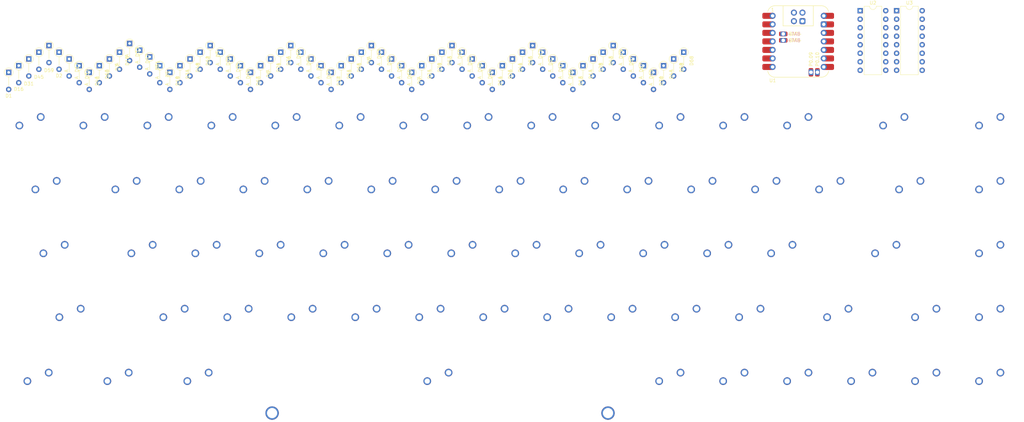
<source format=kicad_pcb>
(kicad_pcb (version 20240108) (generator "pcbnew") (generator_version "8.0")
  (layers (0 "F.Cu" signal) (31 "B.Cu" signal) (34 "B.Paste" user) (35 "F.Paste" user) (36 "B.SilkS" user "B.Silkscreen") (37 "F.SilkS" user "F.Silkscreen") (38 "B.Mask" user) (39 "F.Mask" user) (44 "Edge.Cuts" user))
  (net 0 "")
  (net 1 "Net-(D1-A)")
  (net 4 "Net-(D3-A)")
  (net 5 "Net-(D4-A)")
  (net 7 "Net-(D5-A)")
  (net 10 "Net-(D6-A)")
  (net 12 "Net-(D7-A)")
  (net 14 "Net-(D8-A)")
  (net 15 "Net-(D9-A)")
  (net 17 "Net-(D10-A)")
  (net 19 "Net-(D11-A)")
  (net 21 "Net-(D12-A)")
  (net 24 "Net-(D13-A)")
  (net 25 "Net-(D14-A)")
  (net 27 "Net-(D15-A)")
  (net 29 "Net-(D16-A)")
  (net 32 "Net-(D17-A)")
  (net 33 "Net-(D18-A)")
  (net 35 "Net-(D19-A)")
  (net 37 "Net-(D20-A)")
  (net 39 "Net-(D21-A)")
  (net 41 "Net-(D22-A)")
  (net 43 "Net-(D23-A)")
  (net 45 "Net-(D24-A)")
  (net 48 "Net-(D25-A)")
  (net 50 "Net-(D26-A)")
  (net 51 "Net-(D27-A)")
  (net 54 "Net-(D28-A)")
  (net 55 "Net-(D29-A)")
  (net 57 "Net-(D30-A)")
  (net 59 "Net-(D31-A)")
  (net 61 "Net-(D32-A)")
  (net 64 "Net-(D33-A)")
  (net 65 "Net-(D34-A)")
  (net 67 "Net-(D35-A)")
  (net 69 "Net-(D36-A)")
  (net 72 "Net-(D37-A)")
  (net 73 "Net-(D38-A)")
  (net 75 "Net-(D39-A)")
  (net 78 "Net-(D40-A)")
  (net 79 "Net-(D41-A)")
  (net 82 "Net-(D42-A)")
  (net 83 "Net-(D43-A)")
  (net 86 "Net-(D44-A)")
  (net 87 "Net-(D46-A)")
  (net 90 "Net-(D47-A)")
  (net 92 "Net-(D48-A)")
  (net 93 "Net-(D49-A)")
  (net 96 "Net-(D50-A)")
  (net 97 "Net-(D51-A)")
  (net 99 "Net-(D52-A)")
  (net 101 "Net-(D53-A)")
  (net 104 "Net-(D54-A)")
  (net 105 "Net-(D55-A)")
  (net 108 "Net-(D56-A)")
  (net 109 "Net-(D57-A)")
  (net 111 "Net-(D58-A)")
  (net 113 "Net-(D59-A)")
  (net 115 "Net-(D61-A)")
  (net 117 "Net-(D62-A)")
  (net 119 "Net-(D63-A)")
  (net 121 "Net-(D64-A)")
  (net 124 "Net-(D65-A)")
  (net 125 "Net-(D66-A)")
  (net 128 "Net-(D67-A)")
  (net 129 "Net-(D68-A)")
  (net 134 "Net-(D45-A)")
  (net 135 "Net-(D60-A)")
  (net 203 "Net-(D2-K)")
  (net 210 "SCK")
  (net 219 "Net-(U1-P1.15)")
  (net 224 "Net-(U2-QH')")
  (net 242 "D1")
  (net 243 "+5V")
  (net 244 "GND")
  (footprint "PCM_marbastlib-mx:SW_MX_1u" (layer "F.Cu") (at 344.42 182.95)
    (property "Reference" "SW58" (hide yes))
    (property "Value" "MX_SW_solder")
    (pad "" np_thru_hole circle (at -5.08 0) (size 1.75 1.75) (drill 1.75) (layers "*.Cu" "*.Mask"))
    (pad "" np_thru_hole circle (at 0 0) (size 3.9878 3.9878) (drill 3.9878) (layers "*.Cu" "*.Mask"))
    (pad "" np_thru_hole circle (at 5.08 0) (size 1.75 1.75) (drill 1.75) (layers "*.Cu" "*.Mask"))
    (pad "1" thru_hole circle (at -3.81 -2.54) (size 2.3 2.3) (drill 1.524) (layers "*.Cu" "B.Mask"))
    (pad "2" thru_hole circle (at 2.54 -5.08) (size 2.3 2.3) (drill 1.524) (layers "*.Cu" "B.Mask") (net 111 "Net-(D58-A)"))
  )
  (footprint "Diode_THT:D_DO-35_SOD27_P5.08mm_Vertical_AnodeUp" (layer "F.Cu") (at 174.67 105.415686 -90)
    (property "Reference" "D24" (at 2.54 -2.326371 -90) (layer "F.SilkS"))
    (property "Value" "D")
    (fp_text user "A" (at 3.58 0.8 -90) (layer "F.SilkS"))
    (pad "1" thru_hole rect (at 0 0 270) (size 1.6 1.6) (drill 0.8) (layers "*.Cu" "*.Mask"))
    (pad "2" thru_hole oval (at 5.08 0 270) (size 1.6 1.6) (drill 0.8) (layers "*.Cu" "*.Mask") (net 45 "Net-(D24-A)"))
  )
  (footprint "PCM_marbastlib-mx:SW_MX_1u" (layer "F.Cu") (at 244.4075 163.9)
    (property "Reference" "SW40" (hide yes))
    (property "Value" "MX_SW_solder")
    (pad "" np_thru_hole circle (at -5.08 0) (size 1.75 1.75) (drill 1.75) (layers "*.Cu" "*.Mask"))
    (pad "" np_thru_hole circle (at 0 0) (size 3.9878 3.9878) (drill 3.9878) (layers "*.Cu" "*.Mask"))
    (pad "" np_thru_hole circle (at 5.08 0) (size 1.75 1.75) (drill 1.75) (layers "*.Cu" "*.Mask"))
    (pad "1" thru_hole circle (at -3.81 -2.54) (size 2.3 2.3) (drill 1.524) (layers "*.Cu" "B.Mask"))
    (pad "2" thru_hole circle (at 2.54 -5.08) (size 2.3 2.3) (drill 1.524) (layers "*.Cu" "B.Mask") (net 78 "Net-(D40-A)"))
  )
  (footprint "PCM_marbastlib-mx:SW_MX_1u" (layer "F.Cu") (at 296.795 144.85)
    (property "Reference" "SW28" (hide yes))
    (property "Value" "MX_SW_solder")
    (pad "" np_thru_hole circle (at -5.08 0) (size 1.75 1.75) (drill 1.75) (layers "*.Cu" "*.Mask"))
    (pad "" np_thru_hole circle (at 0 0) (size 3.9878 3.9878) (drill 3.9878) (layers "*.Cu" "*.Mask"))
    (pad "" np_thru_hole circle (at 5.08 0) (size 1.75 1.75) (drill 1.75) (layers "*.Cu" "*.Mask"))
    (pad "1" thru_hole circle (at -3.81 -2.54) (size 2.3 2.3) (drill 1.524) (layers "*.Cu" "B.Mask"))
    (pad "2" thru_hole circle (at 2.54 -5.08) (size 2.3 2.3) (drill 1.524) (layers "*.Cu" "B.Mask") (net 54 "Net-(D28-A)"))
  )
  (footprint "PCM_marbastlib-mx:SW_MX_1u" (layer "F.Cu") (at 101.5325 182.95)
    (property "Reference" "SW46" (hide yes))
    (property "Value" "MX_SW_solder")
    (pad "" np_thru_hole circle (at -5.08 0) (size 1.75 1.75) (drill 1.75) (layers "*.Cu" "*.Mask"))
    (pad "" np_thru_hole circle (at 0 0) (size 3.9878 3.9878) (drill 3.9878) (layers "*.Cu" "*.Mask"))
    (pad "" np_thru_hole circle (at 5.08 0) (size 1.75 1.75) (drill 1.75) (layers "*.Cu" "*.Mask"))
    (pad "1" thru_hole circle (at -3.81 -2.54) (size 2.3 2.3) (drill 1.524) (layers "*.Cu" "B.Mask"))
    (pad "2" thru_hole circle (at 2.54 -5.08) (size 2.3 2.3) (drill 1.524) (layers "*.Cu" "B.Mask") (net 87 "Net-(D46-A)"))
  )
  (footprint "Diode_THT:D_DO-35_SOD27_P5.08mm_Vertical_AnodeUp" (layer "F.Cu") (at 234.67 101.415686 -90)
    (property "Reference" "D57" (at 2.54 -2.326371 -90) (layer "F.SilkS"))
    (property "Value" "D")
    (fp_text user "A" (at 3.58 0.8 -90) (layer "F.SilkS"))
    (pad "1" thru_hole rect (at 0 0 270) (size 1.6 1.6) (drill 0.8) (layers "*.Cu" "*.Mask"))
    (pad "2" thru_hole oval (at 5.08 0 270) (size 1.6 1.6) (drill 0.8) (layers "*.Cu" "*.Mask") (net 109 "Net-(D57-A)"))
  )
  (footprint "Diode_THT:D_DO-35_SOD27_P5.08mm_Vertical_AnodeUp" (layer "F.Cu") (at 66.67 101.415686 -90)
    (property "Reference" "D2" (at 7 0 180) (layer "F.SilkS"))
    (property "Value" "D" (hide yes))
    (pad "1" thru_hole rect (at 0 0 270) (size 1.6 1.6) (drill 0.8) (layers "*.Cu" "*.Mask") (net 203 "Net-(D2-K)"))
    (pad "2" thru_hole oval (at 5.08 0 270) (size 1.6 1.6) (drill 0.8) (layers "*.Cu" "*.Mask"))
  )
  (footprint "Diode_THT:D_DO-35_SOD27_P5.08mm_Vertical_AnodeUp" (layer "F.Cu") (at 216.67 105.415686 -90)
    (property "Reference" "D56" (at 2.54 -2.326371 -90) (layer "F.SilkS"))
    (property "Value" "D")
    (fp_text user "A" (at 3.58 0.8 -90) (layer "F.SilkS"))
    (pad "1" thru_hole rect (at 0 0 270) (size 1.6 1.6) (drill 0.8) (layers "*.Cu" "*.Mask"))
    (pad "2" thru_hole oval (at 5.08 0 270) (size 1.6 1.6) (drill 0.8) (layers "*.Cu" "*.Mask") (net 108 "Net-(D56-A)"))
  )
  (footprint "PCM_marbastlib-mx:SW_MX_1u" (layer "F.Cu") (at 313.46375 163.9)
    (property "Reference" "SW43" (hide yes))
    (property "Value" "MX_SW_solder")
    (pad "" np_thru_hole circle (at -5.08 0) (size 1.75 1.75) (drill 1.75) (layers "*.Cu" "*.Mask"))
    (pad "" np_thru_hole circle (at 0 0) (size 3.9878 3.9878) (drill 3.9878) (layers "*.Cu" "*.Mask"))
    (pad "" np_thru_hole circle (at 5.08 0) (size 1.75 1.75) (drill 1.75) (layers "*.Cu" "*.Mask"))
    (pad "1" thru_hole circle (at -3.81 -2.54) (size 2.3 2.3) (drill 1.524) (layers "*.Cu" "B.Mask"))
    (pad "2" thru_hole circle (at 2.54 -5.08) (size 2.3 2.3) (drill 1.524) (layers "*.Cu" "B.Mask") (net 83 "Net-(D43-A)"))
  )
  (footprint "PCM_marbastlib-mx:SW_MX_1u" (layer "F.Cu") (at 272.9825 182.95)
    (property "Reference" "SW55" (hide yes))
    (property "Value" "MX_SW_solder")
    (pad "" np_thru_hole circle (at -5.08 0) (size 1.75 1.75) (drill 1.75) (layers "*.Cu" "*.Mask"))
    (pad "" np_thru_hole circle (at 0 0) (size 3.9878 3.9878) (drill 3.9878) (layers "*.Cu" "*.Mask"))
    (pad "" np_thru_hole circle (at 5.08 0) (size 1.75 1.75) (drill 1.75) (layers "*.Cu" "*.Mask"))
    (pad "1" thru_hole circle (at -3.81 -2.54) (size 2.3 2.3) (drill 1.524) (layers "*.Cu" "B.Mask"))
    (pad "2" thru_hole circle (at 2.54 -5.08) (size 2.3 2.3) (drill 1.524) (layers "*.Cu" "B.Mask") (net 105 "Net-(D55-A)"))
  )
  (footprint "PCM_marbastlib-mx:SW_MX_1u" (layer "F.Cu") (at 206.3075 163.9)
    (property "Reference" "SW38" (hide yes))
    (property "Value" "MX_SW_solder")
    (pad "" np_thru_hole circle (at -5.08 0) (size 1.75 1.75) (drill 1.75) (layers "*.Cu" "*.Mask"))
    (pad "" np_thru_hole circle (at 0 0) (size 3.9878 3.9878) (drill 3.9878) (layers "*.Cu" "*.Mask"))
    (pad "" np_thru_hole circle (at 5.08 0) (size 1.75 1.75) (drill 1.75) (layers "*.Cu" "*.Mask"))
    (pad "1" thru_hole circle (at -3.81 -2.54) (size 2.3 2.3) (drill 1.524) (layers "*.Cu" "B.Mask"))
    (pad "2" thru_hole circle (at 2.54 -5.08) (size 2.3 2.3) (drill 1.524) (layers "*.Cu" "B.Mask") (net 73 "Net-(D38-A)"))
  )
  (footprint "PCM_marbastlib-mx:SW_MX_1u" (layer "F.Cu") (at 180.11375 202)
    (property "Reference" "SW62" (hide yes))
    (property "Value" "MX_SW_solder")
    (pad "" np_thru_hole circle (at -5.08 0) (size 1.75 1.75) (drill 1.75) (layers "*.Cu" "*.Mask"))
    (pad "" np_thru_hole circle (at 0 0) (size 3.9878 3.9878) (drill 3.9878) (layers "*.Cu" "*.Mask"))
    (pad "" np_thru_hole circle (at 5.08 0) (size 1.75 1.75) (drill 1.75) (layers "*.Cu" "*.Mask"))
    (pad "1" thru_hole circle (at -3.81 -2.54) (size 2.3 2.3) (drill 1.524) (layers "*.Cu" "B.Mask"))
    (pad "2" thru_hole circle (at 2.54 -5.08) (size 2.3 2.3) (drill 1.524) (layers "*.Cu" "B.Mask") (net 117 "Net-(D62-A)"))
  )
  (footprint "PCM_marbastlib-mx:STAB_MX_P_6.25u" (layer "F.Cu") (at 180.11375 202 180)
    (property "Reference" "S1" (hide yes))
    (property "Value" "MX_stab")
    (pad "" thru_hole circle (at -50.00625 -6.985 180) (size 4 4) (drill 3.048) (layers "*.Cu" "B.Mask"))
    (pad "" np_thru_hole circle (at -50.00625 8.255 180) (size 3.9878 3.9878) (drill 3.9878) (layers "*.Cu" "*.Mask"))
    (pad "" thru_hole circle (at 50.00625 -6.985 180) (size 4 4) (drill 3.048) (layers "*.Cu" "B.Mask"))
    (pad "" np_thru_hole circle (at 50.00625 8.255 180) (size 3.9878 3.9878) (drill 3.9878) (layers "*.Cu" "*.Mask"))
  )
  (footprint "Diode_THT:D_DO-35_SOD27_P5.08mm_Vertical_AnodeUp" (layer "F.Cu") (at 138.67 101.415686 -90)
    (property "Reference" "D64" (at 2.54 -2.326371 -90) (layer "F.SilkS"))
    (property "Value" "D")
    (fp_text user "A" (at 3.58 0.8 -90) (layer "F.SilkS"))
    (pad "1" thru_hole rect (at 0 0 270) (size 1.6 1.6) (drill 0.8) (layers "*.Cu" "*.Mask"))
    (pad "2" thru_hole oval (at 5.08 0 270) (size 1.6 1.6) (drill 0.8) (layers "*.Cu" "*.Mask") (net 121 "Net-(D64-A)"))
  )
  (footprint "Diode_THT:D_DO-35_SOD27_P5.08mm_Vertical_AnodeUp" (layer "F.Cu") (at 60.67 101.415686 -90)
    (property "Reference" "D45" (at 7.384314 0 180) (layer "F.SilkS"))
    (property "Value" "D")
    (pad "1" thru_hole rect (at 0 0 270) (size 1.6 1.6) (drill 0.8) (layers "*.Cu" "*.Mask"))
    (pad "2" thru_hole oval (at 5.08 0 270) (size 1.6 1.6) (drill 0.8) (layers "*.Cu" "*.Mask") (net 134 "Net-(D45-A)"))
  )
  (footprint "Diode_THT:D_DO-35_SOD27_P5.08mm_Vertical_AnodeUp" (layer "F.Cu") (at 180.67 101.415686 -90)
    (property "Reference" "D53" (at 2.54 -2.326371 -90) (layer "F.SilkS"))
    (property "Value" "D")
    (fp_text user "A" (at 3.58 0.8 -90) (layer "F.SilkS"))
    (pad "1" thru_hole rect (at 0 0 270) (size 1.6 1.6) (drill 0.8) (layers "*.Cu" "*.Mask"))
    (pad "2" thru_hole oval (at 5.08 0 270) (size 1.6 1.6) (drill 0.8) (layers "*.Cu" "*.Mask") (net 101 "Net-(D53-A)"))
  )
  (footprint "PCM_marbastlib-mx:SW_MX_1u" (layer "F.Cu") (at 306.32 202)
    (property "Reference" "SW66" (hide yes))
    (property "Value" "MX_SW_solder")
    (pad "" np_thru_hole circle (at -5.08 0) (size 1.75 1.75) (drill 1.75) (layers "*.Cu" "*.Mask"))
    (pad "" np_thru_hole circle (at 0 0) (size 3.9878 3.9878) (drill 3.9878) (layers "*.Cu" "*.Mask"))
    (pad "" np_thru_hole circle (at 5.08 0) (size 1.75 1.75) (drill 1.75) (layers "*.Cu" "*.Mask"))
    (pad "1" thru_hole circle (at -3.81 -2.54) (size 2.3 2.3) (drill 1.524) (layers "*.Cu" "B.Mask"))
    (pad "2" thru_hole circle (at 2.54 -5.08) (size 2.3 2.3) (drill 1.524) (layers "*.Cu" "B.Mask") (net 125 "Net-(D66-A)"))
  )
  (footprint "PCM_marbastlib-mx:SW_MX_1u" (layer "F.Cu") (at 187.2575 163.9)
    (property "Reference" "SW37" (hide yes))
    (property "Value" "MX_SW_solder")
    (pad "" np_thru_hole circle (at -5.08 0) (size 1.75 1.75) (drill 1.75) (layers "*.Cu" "*.Mask"))
    (pad "" np_thru_hole circle (at 0 0) (size 3.9878 3.9878) (drill 3.9878) (layers "*.Cu" "*.Mask"))
    (pad "" np_thru_hole circle (at 5.08 0) (size 1.75 1.75) (drill 1.75) (layers "*.Cu" "*.Mask"))
    (pad "1" thru_hole circle (at -3.81 -2.54) (size 2.3 2.3) (drill 1.524) (layers "*.Cu" "B.Mask"))
    (pad "2" thru_hole circle (at 2.54 -5.08) (size 2.3 2.3) (drill 1.524) (layers "*.Cu" "B.Mask") (net 72 "Net-(D37-A)"))
  )
  (footprint "PCM_marbastlib-mx:SW_MX_1u" (layer "F.Cu") (at 120.5825 182.95)
    (property "Reference" "SW47" (hide yes))
    (property "Value" "MX_SW_solder")
    (pad "" np_thru_hole circle (at -5.08 0) (size 1.75 1.75) (drill 1.75) (layers "*.Cu" "*.Mask"))
    (pad "" np_thru_hole circle (at 0 0) (size 3.9878 3.9878) (drill 3.9878) (layers "*.Cu" "*.Mask"))
    (pad "" np_thru_hole circle (at 5.08 0) (size 1.75 1.75) (drill 1.75) (layers "*.Cu" "*.Mask"))
    (pad "1" thru_hole circle (at -3.81 -2.54) (size 2.3 2.3) (drill 1.524) (layers "*.Cu" "B.Mask"))
    (pad "2" thru_hole circle (at 2.54 -5.08) (size 2.3 2.3) (drill 1.524) (layers "*.Cu" "B.Mask") (net 90 "Net-(D47-A)"))
  )
  (footprint "PCM_marbastlib-mx:SW_MX_1u" (layer "F.Cu") (at 158.6825 182.95)
    (property "Reference" "SW49" (hide yes))
    (property "Value" "MX_SW_solder")
    (pad "" np_thru_hole circle (at -5.08 0) (size 1.75 1.75) (drill 1.75) (layers "*.Cu" "*.Mask"))
    (pad "" np_thru_hole circle (at 0 0) (size 3.9878 3.9878) (drill 3.9878) (layers "*.Cu" "*.Mask"))
    (pad "" np_thru_hole circle (at 5.08 0) (size 1.75 1.75) (drill 1.75) (layers "*.Cu" "*.Mask"))
    (pad "1" thru_hole circle (at -3.81 -2.54) (size 2.3 2.3) (drill 1.524) (layers "*.Cu" "B.Mask"))
    (pad "2" thru_hole circle (at 2.54 -5.08) (size 2.3 2.3) (drill 1.524) (layers "*.Cu" "B.Mask") (net 93 "Net-(D49-A)"))
  )
  (footprint "Diode_THT:D_DO-35_SOD27_P5.08mm_Vertical_AnodeUp" (layer "F.Cu") (at 198.67 105.415686 -90)
    (property "Reference" "D26" (at 2.54 -2.326371 -90) (layer "F.SilkS"))
    (property "Value" "D")
    (fp_text user "A" (at 3.58 0.8 -90) (layer "F.SilkS"))
    (pad "1" thru_hole rect (at 0 0 270) (size 1.6 1.6) (drill 0.8) (layers "*.Cu" "*.Mask"))
    (pad "2" thru_hole oval (at 5.08 0 270) (size 1.6 1.6) (drill 0.8) (layers "*.Cu" "*.Mask") (net 50 "Net-(D26-A)"))
  )
  (footprint "Diode_THT:D_DO-35_SOD27_P5.08mm_Vertical_AnodeUp" (layer "F.Cu") (at 87.67 98.8 -90)
    (property "Reference" "D33" (at 2.54 -2.326371 -90) (layer "F.SilkS"))
    (property "Value" "D")
    (fp_text user "A" (at 3.58 0.8 -90) (layer "F.SilkS"))
    (pad "1" thru_hole rect (at 0 0 270) (size 1.6 1.6) (drill 0.8) (layers "*.Cu" "*.Mask"))
    (pad "2" thru_hole oval (at 5.08 0 270) (size 1.6 1.6) (drill 0.8) (layers "*.Cu" "*.Mask") (net 64 "Net-(D33-A)"))
  )
  (footprint "PCM_marbastlib-mx:SW_MX_1u" (layer "F.Cu") (at 239.645 144.85)
    (property "Reference" "SW25" (hide yes))
    (property "Value" "MX_SW_solder")
    (pad "" np_thru_hole circle (at -5.08 0) (size 1.75 1.75) (drill 1.75) (layers "*.Cu" "*.Mask"))
    (pad "" np_thru_hole circle (at 0 0) (size 3.9878 3.9878) (drill 3.9878) (layers "*.Cu" "*.Mask"))
    (pad "" np_thru_hole circle (at 5.08 0) (size 1.75 1.75) (drill 1.75) (layers "*.Cu" "*.Mask"))
    (pad "1" thru_hole circle (at -3.81 -2.54) (size 2.3 2.3) (drill 1.524) (layers "*.Cu" "B.Mask"))
    (pad "2" thru_hole circle (at 2.54 -5.08) (size 2.3 2.3) (drill 1.524) (layers "*.Cu" "B.Mask") (net 48 "Net-(D25-A)"))
  )
  (footprint "PCM_marbastlib-mx:SW_MX_1u" (layer "F.Cu") (at 225.3575 163.9)
    (property "Reference" "SW39" (hide yes))
    (property "Value" "MX_SW_solder")
    (pad "" np_thru_hole circle (at -5.08 0) (size 1.75 1.75) (drill 1.75) (layers "*.Cu" "*.Mask"))
    (pad "" np_thru_hole circle (at 0 0) (size 3.9878 3.9878) (drill 3.9878) (layers "*.Cu" "*.Mask"))
    (pad "" np_thru_hole circle (at 5.08 0) (size 1.75 1.75) (drill 1.75) (layers "*.Cu" "*.Mask"))
    (pad "1" thru_hole circle (at -3.81 -2.54) (size 2.3 2.3) (drill 1.524) (layers "*.Cu" "B.Mask"))
    (pad "2" thru_hole circle (at 2.54 -5.08) (size 2.3 2.3) (drill 1.524) (layers "*.Cu" "B.Mask") (net 75 "Net-(D39-A)"))
  )
  (footprint "Diode_THT:D_DO-35_SOD27_P5.08mm_Vertical_AnodeUp" (layer "F.Cu") (at 222.67 105.415686 -90)
    (property "Reference" "D14" (at 2.54 -2.326371 -90) (layer "F.SilkS"))
    (property "Value" "D")
    (fp_text user "A" (at 3.58 0.8 -90) (layer "F.SilkS"))
    (pad "1" thru_hole rect (at 0 0 270) (size 1.6 1.6) (drill 0.8) (layers "*.Cu" "*.Mask"))
    (pad "2" thru_hole oval (at 5.08 0 270) (size 1.6 1.6) (drill 0.8) (layers "*.Cu" "*.Mask") (net 25 "Net-(D14-A)"))
  )
  (footprint "PCM_marbastlib-mx:SW_MX_1u" (layer "F.Cu") (at 182.495 144.85)
    (property "Reference" "SW22" (hide yes))
    (property "Value" "MX_SW_solder")
    (pad "" np_thru_hole circle (at -5.08 0) (size 1.75 1.75) (drill 1.75) (layers "*.Cu" "*.Mask"))
    (pad "" np_thru_hole circle (at 0 0) (size 3.9878 3.9878) (drill 3.9878) (layers "*.Cu" "*.Mask"))
    (pad "" np_thru_hole circle (at 5.08 0) (size 1.75 1.75) (drill 1.75) (layers "*.Cu" "*.Mask"))
    (pad "1" thru_hole circle (at -3.81 -2.54) (size 2.3 2.3) (drill 1.524) (layers "*.Cu" "B.Mask"))
    (pad "2" thru_hole circle (at 2.54 -5.08) (size 2.3 2.3) (drill 1.524) (layers "*.Cu" "B.Mask") (net 41 "Net-(D22-A)"))
  )
  (footprint "Diode_THT:D_DO-35_SOD27_P5.08mm_Vertical_AnodeUp" (layer "F.Cu") (at 93.67 102.8 -90)
    (property "Reference" "D61" (at 2.54 -2.326371 -90) (layer "F.SilkS"))
    (property "Value" "D")
    (fp_text user "A" (at 3.58 0.8 -90) (layer "F.SilkS"))
    (pad "1" thru_hole rect (at 0 0 270) (size 1.6 1.6) (drill 0.8) (layers "*.Cu" "*.Mask"))
    (pad "2" thru_hole oval (at 5.08 0 270) (size 1.6 1.6) (drill 0.8) (layers "*.Cu" "*.Mask") (net 115 "Net-(D61-A)"))
  )
  (footprint "Diode_THT:D_DO-35_SOD27_P5.08mm_Vertical_AnodeUp" (layer "F.Cu") (at 144.67 105.415686 -90)
    (property "Reference" "D22" (at 2.54 -2.326371 -90) (layer "F.SilkS"))
    (property "Value" "D")
    (fp_text user "A" (at 3.58 0.8 -90) (layer "F.SilkS"))
    (pad "1" thru_hole rect (at 0 0 270) (size 1.6 1.6) (drill 0.8) (layers "*.Cu" "*.Mask"))
    (pad "2" thru_hole oval (at 5.08 0 270) (size 1.6 1.6) (drill 0.8) (layers "*.Cu" "*.Mask") (net 41 "Net-(D22-A)"))
  )
  (footprint "Diode_THT:D_DO-35_SOD27_P5.08mm_Vertical_AnodeUp" (layer "F.Cu") (at 111.67 99.415686 -90)
    (property "Reference" "D5" (at 2.54 -2.326371 -90) (layer "F.SilkS"))
    (property "Value" "D")
    (fp_text user "A" (at 3.58 0.8 -90) (layer "F.SilkS"))
    (pad "1" thru_hole rect (at 0 0 270) (size 1.6 1.6) (drill 0.8) (layers "*.Cu" "*.Mask"))
    (pad "2" thru_hole oval (at 5.08 0 270) (size 1.6 1.6) (drill 0.8) (layers "*.Cu" "*.Mask") (net 7 "Net-(D5-A)"))
  )
  (footprint "PCM_marbastlib-mx:SW_MX_1u" (layer "F.Cu") (at 96.77 125.8)
    (property "Reference" "SW3" (hide yes))
    (property "Value" "MX_SW_solder")
    (pad "" np_thru_hole circle (at -5.08 0) (size 1.75 1.75) (drill 1.75) (layers "*.Cu" "*.Mask"))
    (pad "" np_thru_hole circle (at 0 0) (size 3.9878 3.9878) (drill 3.9878) (layers "*.Cu" "*.Mask"))
    (pad "" np_thru_hole circle (at 5.08 0) (size 1.75 1.75) (drill 1.75) (layers "*.Cu" "*.Mask"))
    (pad "1" thru_hole circle (at -3.81 -2.54) (size 2.3 2.3) (drill 1.524) (layers "*.Cu" "B.Mask"))
    (pad "2" thru_hole circle (at 2.54 -5.08) (size 2.3 2.3) (drill 1.524) (layers "*.Cu" "B.Mask") (net 4 "Net-(D3-A)"))
  )
  (footprint "PCM_marbastlib-mx:SW_MX_1u" (layer "F.Cu") (at 249.17 125.8)
    (property "Reference" "SW11" (hide yes))
    (property "Value" "MX_SW_solder")
    (pad "" np_thru_hole circle (at -5.08 0) (size 1.75 1.75) (drill 1.75) (layers "*.Cu" "*.Mask"))
    (pad "" np_thru_hole circle (at 0 0) (size 3.9878 3.9878) (drill 3.9878) (layers "*.Cu" "*.Mask"))
    (pad "" np_thru_hole circle (at 5.08 0) (size 1.75 1.75) (drill 1.75) (layers "*.Cu" "*.Mask"))
    (pad "1" thru_hole circle (at -3.81 -2.54) (size 2.3 2.3) (drill 1.524) (layers "*.Cu" "B.Mask"))
    (pad "2" thru_hole circle (at 2.54 -5.08) (size 2.3 2.3) (drill 1.524) (layers "*.Cu" "B.Mask") (net 19 "Net-(D11-A)"))
  )
  (footprint "Diode_THT:D_DO-35_SOD27_P5.08mm_Vertical_AnodeUp" (layer "F.Cu") (at 57.67 103.415686 -90)
    (property "Reference" "D31" (at 7.384314 0 180) (layer "F.SilkS"))
    (property "Value" "D")
    (pad "1" thru_hole rect (at 0 0 270) (size 1.6 1.6) (drill 0.8) (layers "*.Cu" "*.Mask"))
    (pad "2" thru_hole oval (at 5.08 0 270) (size 1.6 1.6) (drill 0.8) (layers "*.Cu" "*.Mask") (net 59 "Net-(D31-A)"))
  )
  (footprint "PCM_marbastlib-mx:SW_MX_1u" (layer "F.Cu") (at 277.745 144.85)
    (property "Reference" "SW27" (hide yes))
    (property "Value" "MX_SW_solder")
    (pad "" np_thru_hole circle (at -5.08 0) (size 1.75 1.75) (drill 1.75) (layers "*.Cu" "*.Mask"))
    (pad "" np_thru_hole circle (at 0 0) (size 3.9878 3.9878) (drill 3.9878) (layers "*.Cu" "*.Mask"))
    (pad "" np_thru_hole circle (at 5.08 0) (size 1.75 1.75) (drill 1.75) (layers "*.Cu" "*.Mask"))
    (pad "1" thru_hole circle (at -3.81 -2.54) (size 2.3 2.3) (drill 1.524) (layers "*.Cu" "B.Mask"))
    (pad "2" thru_hole circle (at 2.54 -5.08) (size 2.3 2.3) (drill 1.524) (layers "*.Cu" "B.Mask") (net 51 "Net-(D27-A)"))
  )
  (footprint "PCM_marbastlib-mx:SW_MX_1u" (layer "F.Cu") (at 249.17 202)
    (property "Reference" "SW63" (hide yes))
    (property "Value" "MX_SW_solder")
    (pad "" np_thru_hole circle (at -5.08 0) (size 1.75 1.75) (drill 1.75) (layers "*.Cu" "*.Mask"))
    (pad "" np_thru_hole circle (at 0 0) (size 3.9878 3.9878) (drill 3.9878) (layers "*.Cu" "*.Mask"))
    (pad "" np_thru_hole circle (at 5.08 0) (size 1.75 1.75) (drill 1.75) (layers "*.Cu" "*.Mask"))
    (pad "1" thru_hole circle (at -3.81 -2.54) (size 2.3 2.3) (drill 1.524) (layers "*.Cu" "B.Mask"))
    (pad "2" thru_hole circle (at 2.54 -5.08) (size 2.3 2.3) (drill 1.524) (layers "*.Cu" "B.Mask") (net 119 "Net-(D63-A)"))
  )
  (footprint "PCM_marbastlib-mx:SW_MX_1u" (layer "F.Cu") (at 87.245 144.85)
    (property "Reference" "SW17" (hide yes))
    (property "Value" "MX_SW_solder")
    (pad "" np_thru_hole circle (at -5.08 0) (size 1.75 1.75) (drill 1.75) (layers "*.Cu" "*.Mask"))
    (pad "" np_thru_hole circle (at 0 0) (size 3.9878 3.9878) (drill 3.9878) (layers "*.Cu" "*.Mask"))
    (pad "" np_thru_hole circle (at 5.08 0) (size 1.75 1.75) (drill 1.75) (layers "*.Cu" "*.Mask"))
    (pad "1" thru_hole circle (at -3.81 -2.54) (size 2.3 2.3) (drill 1.524) (layers "*.Cu" "B.Mask"))
    (pad "2" thru_hole circle (at 2.54 -5.08) (size 2.3 2.3) (drill 1.524) (layers "*.Cu" "B.Mask") (net 32 "Net-(D17-A)"))
  )
  (footprint "Diode_THT:D_DO-35_SOD27_P5.08mm_Vertical_AnodeUp" (layer "F.Cu") (at 219.67 107.415686 -90)
    (property "Reference" "D13" (at 2.54 -2.326371 -90) (layer "F.SilkS"))
    (property "Value" "D")
    (fp_text user "A" (at 3.58 0.8 -90) (layer "F.SilkS"))
    (pad "1" thru_hole rect (at 0 0 270) (size 1.6 1.6) (drill 0.8) (layers "*.Cu" "*.Mask"))
    (pad "2" thru_hole oval (at 5.08 0 270) (size 1.6 1.6) (drill 0.8) (layers "*.Cu" "*.Mask") (net 24 "Net-(D13-A)"))
  )
  (footprint "PCM_marbastlib-mx:STAB_MX_2u" (layer "F.Cu") (at 70.57625 182.95 180)
    (property "Reference" "S2" (hide yes))
    (property "Value" "MX_stab")
    (pad "" np_thru_hole circle (at -11.90625 -6.985 180) (size 3.048 3.048) (drill 3.048) (layers "*.Cu" "*.Mask"))
    (pad "" np_thru_hole circle (at -11.90625 8.255 180) (size 3.9878 3.9878) (drill 3.9878) (layers "*.Cu" "*.Mask"))
    (pad "" np_thru_hole circle (at 11.90625 -6.985 180) (size 3.048 3.048) (drill 3.048) (layers "*.Cu" "*.Mask"))
    (pad "" np_thru_hole circle (at 11.90625 8.255 180) (size 3.9878 3.9878) (drill 3.9878) (layers "*.Cu" "*.Mask"))
  )
  (footprint "Diode_THT:D_DO-35_SOD27_P5.08mm_Vertical_AnodeUp" (layer "F.Cu") (at 237.67 103.415686 -90)
    (property "Reference" "D67" (at 2.54 -2.326371 -90) (layer "F.SilkS"))
    (property "Value" "D")
    (fp_text user "A" (at 3.58 0.8 -90) (layer "F.SilkS"))
    (pad "1" thru_hole rect (at 0 0 270) (size 1.6 1.6) (drill 0.8) (layers "*.Cu" "*.Mask"))
    (pad "2" thru_hole oval (at 5.08 0 270) (size 1.6 1.6) (drill 0.8) (layers "*.Cu" "*.Mask") (net 128 "Net-(D67-A)"))
  )
  (footprint "PCM_marbastlib-mx:SW_MX_1u" (layer "F.Cu") (at 268.22 125.8)
    (property "Reference" "SW12" (hide yes))
    (property "Value" "MX_SW_solder")
    (pad "" np_thru_hole circle (at -5.08 0) (size 1.75 1.75) (drill 1.75) (layers "*.Cu" "*.Mask"))
    (pad "" np_thru_hole circle (at 0 0) (size 3.9878 3.9878) (drill 3.9878) (layers "*.Cu" "*.Mask"))
    (pad "" np_thru_hole circle (at 5.08 0) (size 1.75 1.75) (drill 1.75) (layers "*.Cu" "*.Mask"))
    (pad "1" thru_hole circle (at -3.81 -2.54) (size 2.3 2.3) (drill 1.524) (layers "*.Cu" "B.Mask"))
    (pad "2" thru_hole circle (at 2.54 -5.08) (size 2.3 2.3) (drill 1.524) (layers "*.Cu" "B.Mask") (net 21 "Net-(D12-A)"))
  )
  (footprint "PCM_marbastlib-mx:SW_MX_1u" (layer "F.Cu") (at 70.57625 182.95)
    (property "Reference" "SW45" (hide yes))
    (property "Value" "MX_SW_solder")
    (pad "" np_thru_hole circle (at -5.08 0) (size 1.75 1.75) (drill 1.75) (layers "*.Cu" "*.Mask"))
    (pad "" np_thru_hole circle (at 0 0) (size 3.9878 3.9878) (drill 3.9878) (layers "*.Cu" "*.Mask"))
    (pad "" np_thru_hole circle (at 5.08 0) (size 1.75 1.75) (drill 1.75) (layers "*.Cu" "*.Mask"))
    (pad "1" thru_hole circle (at -3.81 -2.54) (size 2.3 2.3) (drill 1.524) (layers "*.Cu" "B.Mask"))
    (pad "2" thru_hole circle (at 2.54 -5.08) (size 2.3 2.3) (drill 1.524) (layers "*.Cu" "B.Mask") (net 134 "Net-(D45-A)"))
  )
  (footprint "Diode_THT:D_DO-35_SOD27_P5.08mm_Vertical_AnodeUp" (layer "F.Cu") (at 99.67 107.415686 -90)
    (property "Reference" "D19" (at 2.54 -2.326371 -90) (layer "F.SilkS"))
    (property "Value" "D")
    (fp_text user "A" (at 3.58 0.8 -90) (layer "F.SilkS"))
    (pad "1" thru_hole rect (at 0 0 270) (size 1.6 1.6) (drill 0.8) (layers "*.Cu" "*.Mask"))
    (pad "2" thru_hole oval (at 5.08 0 270) (size 1.6 1.6) (drill 0.8) (layers "*.Cu" "*.Mask") (net 35 "Net-(D19-A)"))
  )
  (footprint "Diode_THT:D_DO-35_SOD27_P5.08mm_Vertical_AnodeUp" (layer "F.Cu") (at 213.67 103.415686 -90)
    (property "Reference" "D42" (at 2.54 -2.326371 -90) (layer "F.SilkS"))
    (property "Value" "D")
    (fp_text user "A" (at 3.58 0.8 -90) (layer "F.SilkS"))
    (pad "1" thru_hole rect (at 0 0 270) (size 1.6 1.6) (drill 0.8) (layers "*.Cu" "*.Mask"))
    (pad "2" thru_hole oval (at 5.08 0 270) (size 1.6 1.6) (drill 0.8) (layers "*.Cu" "*.Mask") (net 82 "Net-(D42-A)"))
  )
  (footprint "PCM_marbastlib-mx:SW_MX_1u" (layer "F.Cu") (at 149.1575 163.9)
    (property "Reference" "SW35" (hide yes))
    (property "Value" "MX_SW_solder")
    (pad "" np_thru_hole circle (at -5.08 0) (size 1.75 1.75) (drill 1.75) (layers "*.Cu" "*.Mask"))
    (pad "" np_thru_hole circle (at 0 0) (size 3.9878 3.9878) (drill 3.9878) (layers "*.Cu" "*.Mask"))
    (pad "" np_thru_hole circle (at 5.08 0) (size 1.75 1.75) (drill 1.75) (layers "*.Cu" "*.Mask"))
    (pad "1" thru_hole circle (at -3.81 -2.54) (size 2.3 2.3) (drill 1.524) (layers "*.Cu" "B.Mask"))
    (pad "2" thru_hole circle (at 2.54 -5.08) (size 2.3 2.3) (drill 1.524) (layers "*.Cu" "B.Mask") (net 67 "Net-(D35-A)"))
  )
  (footprint "Diode_THT:D_DO-35_SOD27_P5.08mm_Vertical_AnodeUp" (layer "F.Cu") (at 150.67 105.415686 -90)
    (property "Reference" "D51" (at 2.54 -2.326371 -90) (layer "F.SilkS"))
    (property "Value" "D")
    (fp_text user "A" (at 3.58 0.8 -90) (layer "F.SilkS"))
    (pad "1" thru_hole rect (at 0 0 270) (size 1.6 1.6) (drill 0.8) (layers "*.Cu" "*.Mask"))
    (pad "2" thru_hole oval (at 5.08 0 270) (size 1.6 1.6) (drill 0.8) (layers "*.Cu" "*.Mask") (net 97 "Net-(D51-A)"))
  )
  (footprint "Diode_THT:D_DO-35_SOD27_P5.08mm_Vertical_AnodeUp" (layer "F.Cu") (at 108.67 101.415686 -90)
    (property "Reference" "D62" (at 2.54 -2.326371 -90) (layer "F.SilkS"))
    (property "Value" "D")
    (fp_text user "A" (at 3.58 0.8 -90) (layer "F.SilkS"))
    (pad "1" thru_hole rect (at 0 0 270) (size 1.6 1.6) (drill 0.8) (layers "*.Cu" "*.Mask"))
    (pad "2" thru_hole oval (at 5.08 0 270) (size 1.6 1.6) (drill 0.8) (layers "*.Cu" "*.Mask") (net 117 "Net-(D62-A)"))
  )
  (footprint "PCM_marbastlib-mx:SW_MX_1u" (layer "F.Cu") (at 299.17625 182.95)
    (property "Reference" "SW56" (hide yes))
    (property "Value" "MX_SW_solder")
    (pad "" np_thru_hole circle (at -5.08 0) (size 1.75 1.75) (drill 1.75) (layers "*.Cu" "*.Mask"))
    (pad "" np_thru_hole circle (at 0 0) (size 3.9878 3.9878) (drill 3.9878) (layers "*.Cu" "*.Mask"))
    (pad "" np_thru_hole circle (at 5.08 0) (size 1.75 1.75) (drill 1.75) (layers "*.Cu" "*.Mask"))
    (pad "1" thru_hole circle (at -3.81 -2.54) (size 2.3 2.3) (drill 1.524) (layers "*.Cu" "B.Mask"))
    (pad "2" thru_hole circle (at 2.54 -5.08) (size 2.3 2.3) (drill 1.524) (layers "*.Cu" "B.Mask") (net 108 "Net-(D56-A)"))
  )
  (footprint "PCM_marbastlib-mx:SW_MX_1u" (layer "F.Cu") (at 77.72 125.8)
    (property "Reference" "SW2" (hide yes))
    (property "Value" "MX_SW_solder")
    (pad "" np_thru_hole circle (at -5.08 0) (size 1.75 1.75) (drill 1.75) (layers "*.Cu" "*.Mask"))
    (pad "" np_thru_hole circle (at 0 0) (size 3.9878 3.9878) (drill 3.9878) (layers "*.Cu" "*.Mask"))
    (pad "" np_thru_hole circle (at 5.08 0) (size 1.75 1.75) (drill 1.75) (layers "*.Cu" "*.Mask"))
    (pad "1" thru_hole circle (at -3.81 -2.54) (size 2.3 2.3) (drill 1.524) (layers "*.Cu" "B.Mask"))
    (pad "2" thru_hole circle (at 2.54 -5.08) (size 2.3 2.3) (drill 1.524) (layers "*.Cu" "B.Mask") (net 203 "Net-(D2-K)"))
  )
  (footprint "Diode_THT:D_DO-35_SOD27_P5.08mm_Vertical_AnodeUp" (layer "F.Cu") (at 207.67 99.415686 -90)
    (property "Reference" "D12" (at 2.54 -2.326371 -90) (layer "F.SilkS"))
    (property "Value" "D")
    (fp_text user "A" (at 3.58 0.8 -90) (layer "F.SilkS"))
    (pad "1" thru_hole rect (at 0 0 270) (size 1.6 1.6) (drill 0.8) (layers "*.Cu" "*.Mask"))
    (pad "2" thru_hole oval (at 5.08 0 270) (size 1.6 1.6) (drill 0.8) (layers "*.Cu" "*.Mask") (net 21 "Net-(D12-A)"))
  )
  (footprint "Diode_THT:D_DO-35_SOD27_P5.08mm_Vertical_AnodeUp" (layer "F.Cu") (at 51.67 107.415686 -90)
    (property "Reference" "D1" (at 7 0 180) (layer "F.SilkS"))
    (property "Value" "D" (hide yes))
    (pad "1" thru_hole rect (at 0 0 270) (size 1.6 1.6) (drill 0.8) (layers "*.Cu" "*.Mask"))
    (pad "2" thru_hole oval (at 5.08 0 270) (size 1.6 1.6) (drill 0.8) (layers "*.Cu" "*.Mask") (net 1 "Net-(D1-A)"))
  )
  (footprint "PCM_marbastlib-mx:SW_MX_1u" (layer "F.Cu") (at 106.295 144.85)
    (property "Reference" "SW18" (hide yes))
    (property "Value" "MX_SW_solder")
    (pad "" np_thru_hole circle (at -5.08 0) (size 1.75 1.75) (drill 1.75) (layers "*.Cu" "*.Mask"))
    (pad "" np_thru_hole circle (at 0 0) (size 3.9878 3.9878) (drill 3.9878) (layers "*.Cu" "*.Mask"))
    (pad "" np_thru_hole circle (at 5.08 0) (size 1.75 1.75) (drill 1.75) (layers "*.Cu" "*.Mask"))
    (pad "1" thru_hole circle (at -3.81 -2.54) (size 2.3 2.3) (drill 1.524) (layers "*.Cu" "B.Mask"))
    (pad "2" thru_hole circle (at 2.54 -5.08) (size 2.3 2.3) (drill 1.524) (layers "*.Cu" "B.Mask") (net 33 "Net-(D18-A)"))
  )
  (footprint "Package_DIP:DIP-16_W7.62mm" (layer "F.Cu") (at 316.05 89.02)
    (property "Reference" "U3" (at 3.81 -2.33 0) (layer "F.SilkS"))
    (property "Value" "74HC595")
    (pad "1" thru_hole rect (at 0 0) (size 1.6 1.6) (drill 0.8) (layers "*.Cu" "*.Mask"))
    (pad "2" thru_hole oval (at 0 2.54) (size 1.6 1.6) (drill 0.8) (layers "*.Cu" "*.Mask"))
    (pad "3" thru_hole oval (at 0 5.08) (size 1.6 1.6) (drill 0.8) (layers "*.Cu" "*.Mask"))
    (pad "4" thru_hole oval (at 0 7.62) (size 1.6 1.6) (drill 0.8) (layers "*.Cu" "*.Mask"))
    (pad "5" thru_hole oval (at 0 10.16) (size 1.6 1.6) (drill 0.8) (layers "*.Cu" "*.Mask"))
    (pad "6" thru_hole oval (at 0 12.7) (size 1.6 1.6) (drill 0.8) (layers "*.Cu" "*.Mask"))
    (pad "7" thru_hole oval (at 0 15.24) (size 1.6 1.6) (drill 0.8) (layers "*.Cu" "*.Mask"))
    (pad "8" thru_hole oval (at 0 17.78) (size 1.6 1.6) (drill 0.8) (layers "*.Cu" "*.Mask") (net 244 "GND"))
    (pad "9" thru_hole oval (at 7.62 17.78) (size 1.6 1.6) (drill 0.8) (layers "*.Cu" "*.Mask"))
    (pad "10" thru_hole oval (at 7.62 15.24) (size 1.6 1.6) (drill 0.8) (layers "*.Cu" "*.Mask") (net 243 "+5V"))
    (pad "11" thru_hole oval (at 7.62 12.7) (size 1.6 1.6) (drill 0.8) (layers "*.Cu" "*.Mask") (net 210 "SCK"))
    (pad "12" thru_hole oval (at 7.62 10.16) (size 1.6 1.6) (drill 0.8) (layers "*.Cu" "*.Mask") (net 242 "D1"))
    (pad "13" thru_hole oval (at 7.62 7.62) (size 1.6 1.6) (drill 0.8) (layers "*.Cu" "*.Mask") (net 244 "GND"))
    (pad "14" thru_hole oval (at 7.62 5.08) (size 1.6 1.6) (drill 0.8) (layers "*.Cu" "*.Mask") (net 224 "Net-(U2-QH')"))
    (pad "15" thru_hole oval (at 7.62 2.54) (size 1.6 1.6) (drill 0.8) (layers "*.Cu" "*.Mask"))
    (pad "16" thru_hole oval (at 7.62 0) (size 1.6 1.6) (drill 0.8) (layers "*.Cu" "*.Mask") (net 243 "+5V"))
  )
  (footprint "Diode_THT:D_DO-35_SOD27_P5.08mm_Vertical_AnodeUp" (layer "F.Cu") (at 171.67 107.415686 -90)
    (property "Reference" "D9" (at 2.54 -2.326371 -90) (layer "F.SilkS"))
    (property "Value" "D")
    (fp_text user "A" (at 3.58 0.8 -90) (layer "F.SilkS"))
    (pad "1" thru_hole rect (at 0 0 270) (size 1.6 1.6) (drill 0.8) (layers "*.Cu" "*.Mask"))
    (pad "2" thru_hole oval (at 5.08 0 270) (size 1.6 1.6) (drill 0.8) (layers "*.Cu" "*.Mask") (net 15 "Net-(D9-A)"))
  )
  (footprint "Diode_THT:D_DO-35_SOD27_P5.08mm_Vertical_AnodeUp" (layer "F.Cu") (at 90.67 100.8 -90)
    (property "Reference" "D47" (at 2.54 -2.326371 -90) (layer "F.SilkS"))
    (property "Value" "D")
    (fp_text user "A" (at 3.58 0.8 -90) (layer "F.SilkS"))
    (pad "1" thru_hole rect (at 0 0 270) (size 1.6 1.6) (drill 0.8) (layers "*.Cu" "*.Mask"))
    (pad "2" thru_hole oval (at 5.08 0 270) (size 1.6 1.6) (drill 0.8) (layers "*.Cu" "*.Mask") (net 90 "Net-(D47-A)"))
  )
  (footprint "Diode_THT:D_DO-35_SOD27_P5.08mm_Vertical_AnodeUp" (layer "F.Cu") (at 135.67 99.415686 -90)
    (property "Reference" "D50" (at 2.54 -2.326371 -90) (layer "F.SilkS"))
    (property "Value" "D")
    (fp_text user "A" (at 3.58 0.8 -90) (layer "F.SilkS"))
    (pad "1" thru_hole rect (at 0 0 270) (size 1.6 1.6) (drill 0.8) (layers "*.Cu" "*.Mask"))
    (pad "2" thru_hole oval (at 5.08 0 270) (size 1.6 1.6) (drill 0.8) (layers "*.Cu" "*.Mask") (net 96 "Net-(D50-A)"))
  )
  (footprint "Diode_THT:D_DO-35_SOD27_P5.08mm_Vertical_AnodeUp" (layer "F.Cu") (at 147.67 107.415686 -90)
    (property "Reference" "D37" (at 2.54 -2.326371 -90) (layer "F.SilkS"))
    (property "Value" "D")
    (fp_text user "A" (at 3.58 0.8 -90) (layer "F.SilkS"))
    (pad "1" thru_hole rect (at 0 0 270) (size 1.6 1.6) (drill 0.8) (layers "*.Cu" "*.Mask"))
    (pad "2" thru_hole oval (at 5.08 0 270) (size 1.6 1.6) (drill 0.8) (layers "*.Cu" "*.Mask") (net 72 "Net-(D37-A)"))
  )
  (footprint "Diode_THT:D_DO-35_SOD27_P5.08mm_Vertical_AnodeUp" (layer "F.Cu") (at 249.67 103.415686 -90)
    (property "Reference" "D58" (at 2.54 -2.326371 -90) (layer "F.SilkS"))
    (property "Value" "D")
    (fp_text user "A" (at 3.58 0.8 -90) (layer "F.SilkS"))
    (pad "1" thru_hole rect (at 0 0 270) (size 1.6 1.6) (drill 0.8) (layers "*.Cu" "*.Mask"))
    (pad "2" thru_hole oval (at 5.08 0 270) (size 1.6 1.6) (drill 0.8) (layers "*.Cu" "*.Mask") (net 111 "Net-(D58-A)"))
  )
  (footprint "PCM_marbastlib-mx:SW_MX_1u" (layer "F.Cu") (at 344.42 125.8)
    (property "Reference" "SW15" (hide yes))
    (property "Value" "MX_SW_solder")
    (pad "" np_thru_hole circle (at -5.08 0) (size 1.75 1.75) (drill 1.75) (layers "*.Cu" "*.Mask"))
    (pad "" np_thru_hole circle (at 0 0) (size 3.9878 3.9878) (drill 3.9878) (layers "*.Cu" "*.Mask"))
    (pad "" np_thru_hole circle (at 5.08 0) (size 1.75 1.75) (drill 1.75) (layers "*.Cu" "*.Mask"))
    (pad "1" thru_hole circle (at -3.81 -2.54) (size 2.3 2.3) (drill 1.524) (layers "*.Cu" "B.Mask"))
    (pad "2" thru_hole circle (at 2.54 -5.08) (size 2.3 2.3) (drill 1.524) (layers "*.Cu" "B.Mask") (net 27 "Net-(D15-A)"))
  )
  (footprint "Diode_THT:D_DO-35_SOD27_P5.08mm_Vertical_AnodeUp" (layer "F.Cu") (at 201.67 103.415686 -90)
    (property "Reference" "D41" (at 2.54 -2.326371 -90) (layer "F.SilkS"))
    (property "Value" "D")
    (fp_text user "A" (at 3.58 0.8 -90) (layer "F.SilkS"))
    (pad "1" thru_hole rect (at 0 0 270) (size 1.6 1.6) (drill 0.8) (layers "*.Cu" "*.Mask"))
    (pad "2" thru_hole oval (at 5.08 0 270) (size 1.6 1.6) (drill 0.8) (layers "*.Cu" "*.Mask") (net 79 "Net-(D41-A)"))
  )
  (footprint "Diode_THT:D_DO-35_SOD27_P5.08mm_Vertical_AnodeUp" (layer "F.Cu") (at 72.67 105.415686 -90)
    (property "Reference" "D32" (at 2.54 -2.326371 -90) (layer "F.SilkS"))
    (property "Value" "D")
    (fp_text user "A" (at 3.58 0.8 -90) (layer "F.SilkS"))
    (pad "1" thru_hole rect (at 0 0 270) (size 1.6 1.6) (drill 0.8) (layers "*.Cu" "*.Mask"))
    (pad "2" thru_hole oval (at 5.08 0 270) (size 1.6 1.6) (drill 0.8) (layers "*.Cu" "*.Mask") (net 61 "Net-(D32-A)"))
  )
  (footprint "PCM_marbastlib-mx:SW_MX_1u" (layer "F.Cu") (at 139.6325 182.95)
    (property "Reference" "SW48" (hide yes))
    (property "Value" "MX_SW_solder")
    (pad "" np_thru_hole circle (at -5.08 0) (size 1.75 1.75) (drill 1.75) (layers "*.Cu" "*.Mask"))
    (pad "" np_thru_hole circle (at 0 0) (size 3.9878 3.9878) (drill 3.9878) (layers "*.Cu" "*.Mask"))
    (pad "" np_thru_hole circle (at 5.08 0) (size 1.75 1.75) (drill 1.75) (layers "*.Cu" "*.Mask"))
    (pad "1" thru_hole circle (at -3.81 -2.54) (size 2.3 2.3) (drill 1.524) (layers "*.Cu" "B.Mask"))
    (pad "2" thru_hole circle (at 2.54 -5.08) (size 2.3 2.3) (drill 1.524) (layers "*.Cu" "B.Mask") (net 92 "Net-(D48-A)"))
  )
  (footprint "Diode_THT:D_DO-35_SOD27_P5.08mm_Vertical_AnodeUp" (layer "F.Cu") (at 114.67 101.415686 -90)
    (property "Reference" "D20" (at 2.54 -2.326371 -90) (layer "F.SilkS"))
    (property "Value" "D")
    (fp_text user "A" (at 3.58 0.8 -90) (layer "F.SilkS"))
    (pad "1" thru_hole rect (at 0 0 270) (size 1.6 1.6) (drill 0.8) (layers "*.Cu" "*.Mask"))
    (pad "2" thru_hole oval (at 5.08 0 270) (size 1.6 1.6) (drill 0.8) (layers "*.Cu" "*.Mask") (net 37 "Net-(D20-A)"))
  )
  (footprint "PCM_marbastlib-mx:SW_MX_1u" (layer "F.Cu") (at 268.22 202)
    (property "Reference" "SW64" (hide yes))
    (property "Value" "MX_SW_solder")
    (pad "" np_thru_hole circle (at -5.08 0) (size 1.75 1.75) (drill 1.75) (layers "*.Cu" "*.Mask"))
    (pad "" np_thru_hole circle (at 0 0) (size 3.9878 3.9878) (drill 3.9878) (layers "*.Cu" "*.Mask"))
    (pad "" np_thru_hole circle (at 5.08 0) (size 1.75 1.75) (drill 1.75) (layers "*.Cu" "*.Mask"))
    (pad "1" thru_hole circle (at -3.81 -2.54) (size 2.3 2.3) (drill 1.524) (layers "*.Cu" "B.Mask"))
    (pad "2" thru_hole circle (at 2.54 -5.08) (size 2.3 2.3) (drill 1.524) (layers "*.Cu" "B.Mask") (net 121 "Net-(D64-A)"))
  )
  (footprint "PCM_marbastlib-mx:SW_MX_1u" (layer "F.Cu") (at 196.7825 182.95)
    (property "Reference" "SW51" (hide yes))
    (property "Value" "MX_SW_solder")
    (pad "" np_thru_hole circle (at -5.08 0) (size 1.75 1.75) (drill 1.75) (layers "*.Cu" "*.Mask"))
    (pad "" np_thru_hole circle (at 0 0) (size 3.9878 3.9878) (drill 3.9878) (layers "*.Cu" "*.Mask"))
    (pad "" np_thru_hole circle (at 5.08 0) (size 1.75 1.75) (drill 1.75) (layers "*.Cu" "*.Mask"))
    (pad "1" thru_hole circle (at -3.81 -2.54) (size 2.3 2.3) (drill 1.524) (layers "*.Cu" "B.Mask"))
    (pad "2" thru_hole circle (at 2.54 -5.08) (size 2.3 2.3) (drill 1.524) (layers "*.Cu" "B.Mask") (net 97 "Net-(D51-A)"))
  )
  (footprint "PCM_marbastlib-mx:SW_MX_1u" (layer "F.Cu") (at 320.6075 144.85)
    (property "Reference" "SW29" (hide yes))
    (property "Value" "MX_SW_solder")
    (pad "" np_thru_hole circle (at -5.08 0) (size 1.75 1.75) (drill 1.75) (layers "*.Cu" "*.Mask"))
    (pad "" np_thru_hole circle (at 0 0) (size 3.9878 3.9878) (drill 3.9878) (layers "*.Cu" "*.Mask"))
    (pad "" np_thru_hole circle (at 5.08 0) (size 1.75 1.75) (drill 1.75) (layers "*.Cu" "*.Mask"))
    (pad "1" thru_hole circle (at -3.81 -2.54) (size 2.3 2.3) (drill 1.524) (layers "*.Cu" "B.Mask"))
    (pad "2" thru_hole circle (at 2.54 -5.08) (size 2.3 2.3) (drill 1.524) (layers "*.Cu" "B.Mask") (net 55 "Net-(D29-A)"))
  )
  (footprint "Diode_THT:D_DO-35_SOD27_P5.08mm_Vertical_AnodeUp" (layer "F.Cu") (at 186.67 101.415686 -90)
    (property "Reference" "D25" (at 2.54 -2.326371 -90) (layer "F.SilkS"))
    (property "Value" "D")
    (fp_text user "A" (at 3.58 0.8 -90) (layer "F.SilkS"))
    (pad "1" thru_hole rect (at 0 0 270) (size 1.6 1.6) (drill 0.8) (layers "*.Cu" "*.Mask"))
    (pad "2" thru_hole oval (at 5.08 0 270) (size 1.6 1.6) (drill 0.8) (layers "*.Cu" "*.Mask") (net 48 "Net-(D25-A)"))
  )
  (footprint "Diode_THT:D_DO-35_SOD27_P5.08mm_Vertical_AnodeUp" (layer "F.Cu") (at 195.67 107.415686 -90)
    (property "Reference" "D11" (at 2.54 -2.326371 -90) (layer "F.SilkS"))
    (property "Value" "D")
    (fp_text user "A" (at 3.58 0.8 -90) (layer "F.SilkS"))
    (pad "1" thru_hole rect (at 0 0 270) (size 1.6 1.6) (drill 0.8) (layers "*.Cu" "*.Mask"))
    (pad "2" thru_hole oval (at 5.08 0 270) (size 1.6 1.6) (drill 0.8) (layers "*.Cu" "*.Mask") (net 19 "Net-(D11-A)"))
  )
  (footprint "Diode_THT:D_DO-35_SOD27_P5.08mm_Vertical_AnodeUp" (layer "F.Cu") (at 192.67 105.415686 -90)
    (property "Reference" "D54" (at 2.54 -2.326371 -90) (layer "F.SilkS"))
    (property "Value" "D")
    (fp_text user "A" (at 3.58 0.8 -90) (layer "F.SilkS"))
    (pad "1" thru_hole rect (at 0 0 270) (size 1.6 1.6) (drill 0.8) (layers "*.Cu" "*.Mask"))
    (pad "2" thru_hole oval (at 5.08 0 270) (size 1.6 1.6) (drill 0.8) (layers "*.Cu" "*.Mask") (net 104 "Net-(D54-A)"))
  )
  (footprint "PCM_marbastlib-mx:SW_MX_1u" (layer "F.Cu") (at 230.12 125.8)
    (property "Reference" "SW10" (hide yes))
    (property "Value" "MX_SW_solder")
    (pad "" np_thru_hole circle (at -5.08 0) (size 1.75 1.75) (drill 1.75) (layers "*.Cu" "*.Mask"))
    (pad "" np_thru_hole circle (at 0 0) (size 3.9878 3.9878) (drill 3.9878) (layers "*.Cu" "*.Mask"))
    (pad "" np_thru_hole circle (at 5.08 0) (size 1.75 1.75) (drill 1.75) (layers "*.Cu" "*.Mask"))
    (pad "1" thru_hole circle (at -3.81 -2.54) (size 2.3 2.3) (drill 1.524) (layers "*.Cu" "B.Mask"))
    (pad "2" thru_hole circle (at 2.54 -5.08) (size 2.3 2.3) (drill 1.524) (layers "*.Cu" "B.Mask") (net 17 "Net-(D10-A)"))
  )
  (footprint "PCM_marbastlib-mx:SW_MX_1u" (layer "F.Cu") (at 84.86375 202)
    (property "Reference" "SW60" (hide yes))
    (property "Value" "MX_SW_solder")
    (pad "" np_thru_hole circle (at -5.08 0) (size 1.75 1.75) (drill 1.75) (layers "*.Cu" "*.Mask"))
    (pad "" np_thru_hole circle (at 0 0) (size 3.9878 3.9878) (drill 3.9878) (layers "*.Cu" "*.Mask"))
    (pad "" np_thru_hole circle (at 5.08 0) (size 1.75 1.75) (drill 1.75) (layers "*.Cu" "*.Mask"))
    (pad "1" thru_hole circle (at -3.81 -2.54) (size 2.3 2.3) (drill 1.524) (layers "*.Cu" "B.Mask"))
    (pad "2" thru_hole circle (at 2.54 -5.08) (size 2.3 2.3) (drill 1.524) (layers "*.Cu" "B.Mask") (net 135 "Net-(D60-A)"))
  )
  (footprint "PCM_marbastlib-mx:SW_MX_1u" (layer "F.Cu") (at 344.42 163.9)
    (property "Reference" "SW44" (hide yes))
    (property "Value" "MX_SW_solder")
    (pad "" np_thru_hole circle (at -5.08 0) (size 1.75 1.75) (drill 1.75) (layers "*.Cu" "*.Mask"))
    (pad "" np_thru_hole circle (at 0 0) (size 3.9878 3.9878) (drill 3.9878) (layers "*.Cu" "*.Mask"))
    (pad "" np_thru_hole circle (at 5.08 0) (size 1.75 1.75) (drill 1.75) (layers "*.Cu" "*.Mask"))
    (pad "1" thru_hole circle (at -3.81 -2.54) (size 2.3 2.3) (drill 1.524) (layers "*.Cu" "B.Mask"))
    (pad "2" thru_hole circle (at 2.54 -5.08) (size 2.3 2.3) (drill 1.524) (layers "*.Cu" "B.Mask") (net 86 "Net-(D44-A)"))
  )
  (footprint "PCM_marbastlib-mx:SW_MX_1u" (layer "F.Cu") (at 177.7325 182.95)
    (property "Reference" "SW50" (hide yes))
    (property "Value" "MX_SW_solder")
    (pad "" np_thru_hole circle (at -5.08 0) (size 1.75 1.75) (drill 1.75) (layers "*.Cu" "*.Mask"))
    (pad "" np_thru_hole circle (at 0 0) (size 3.9878 3.9878) (drill 3.9878) (layers "*.Cu" "*.Mask"))
    (pad "" np_thru_hole circle (at 5.08 0) (size 1.75 1.75) (drill 1.75) (layers "*.Cu" "*.Mask"))
    (pad "1" thru_hole circle (at -3.81 -2.54) (size 2.3 2.3) (drill 1.524) (layers "*.Cu" "B.Mask"))
    (pad "2" thru_hole circle (at 2.54 -5.08) (size 2.3 2.3) (drill 1.524) (layers "*.Cu" "B.Mask") (net 96 "Net-(D50-A)"))
  )
  (footprint "PCM_marbastlib-mx:SW_MX_1u" (layer "F.Cu") (at 253.9325 182.95)
    (property "Reference" "SW54" (hide yes))
    (property "Value" "MX_SW_solder")
    (pad "" np_thru_hole circle (at -5.08 0) (size 1.75 1.75) (drill 1.75) (layers "*.Cu" "*.Mask"))
    (pad "" np_thru_hole circle (at 0 0) (size 3.9878 3.9878) (drill 3.9878) (layers "*.Cu" "*.Mask"))
    (pad "" np_thru_hole circle (at 5.08 0) (size 1.75 1.75) (drill 1.75) (layers "*.Cu" "*.Mask"))
    (pad "1" thru_hole circle (at -3.81 -2.54) (size 2.3 2.3) (drill 1.524) (layers "*.Cu" "B.Mask"))
    (pad "2" thru_hole circle (at 2.54 -5.08) (size 2.3 2.3) (drill 1.524) (layers "*.Cu" "B.Mask") (net 104 "Net-(D54-A)"))
  )
  (footprint "PCM_marbastlib-mx:SW_MX_1u" (layer "F.Cu") (at 125.345 144.85)
    (property "Reference" "SW19" (hide yes))
    (property "Value" "MX_SW_solder")
    (pad "" np_thru_hole circle (at -5.08 0) (size 1.75 1.75) (drill 1.75) (layers "*.Cu" "*.Mask"))
    (pad "" np_thru_hole circle (at 0 0) (size 3.9878 3.9878) (drill 3.9878) (layers "*.Cu" "*.Mask"))
    (pad "" np_thru_hole circle (at 5.08 0) (size 1.75 1.75) (drill 1.75) (layers "*.Cu" "*.Mask"))
    (pad "1" thru_hole circle (at -3.81 -2.54) (size 2.3 2.3) (drill 1.524) (layers "*.Cu" "B.Mask"))
    (pad "2" thru_hole circle (at 2.54 -5.08) (size 2.3 2.3) (drill 1.524) (layers "*.Cu" "B.Mask") (net 35 "Net-(D19-A)"))
  )
  (footprint "Diode_THT:D_DO-35_SOD27_P5.08mm_Vertical_AnodeUp" (layer "F.Cu") (at 105.67 103.415686 -90)
    (property "Reference" "D48" (at 2.54 -2.326371 -90) (layer "F.SilkS"))
    (property "Value" "D")
    (fp_text user "A" (at 3.58 0.8 -90) (layer "F.SilkS"))
    (pad "1" thru_hole rect (at 0 0 270) (size 1.6 1.6) (drill 0.8) (layers "*.Cu" "*.Mask"))
    (pad "2" thru_hole oval (at 5.08 0 270) (size 1.6 1.6) (drill 0.8) (layers "*.Cu" "*.Mask") (net 92 "Net-(D48-A)"))
  )
  (footprint "PCM_marbastlib-mx:SW_MX_1u" (layer "F.Cu") (at 344.42 144.85)
    (property "Reference" "SW30" (hide yes))
    (property "Value" "MX_SW_solder")
    (pad "" np_thru_hole circle (at -5.08 0) (size 1.75 1.75) (drill 1.75) (layers "*.Cu" "*.Mask"))
    (pad "" np_thru_hole circle (at 0 0) (size 3.9878 3.9878) (drill 3.9878) (layers "*.Cu" "*.Mask"))
    (pad "" np_thru_hole circle (at 5.08 0) (size 1.75 1.75) (drill 1.75) (layers "*.Cu" "*.Mask"))
    (pad "1" thru_hole circle (at -3.81 -2.54) (size 2.3 2.3) (drill 1.524) (layers "*.Cu" "B.Mask"))
    (pad "2" thru_hole circle (at 2.54 -5.08) (size 2.3 2.3) (drill 1.524) (layers "*.Cu" "B.Mask") (net 57 "Net-(D30-A)"))
  )
  (footprint "Diode_THT:D_DO-35_SOD27_P5.08mm_Vertical_AnodeUp" (layer "F.Cu") (at 102.67 105.415686 -90)
    (property "Reference" "D34" (at 2.54 -2.326371 -90) (layer "F.SilkS"))
    (property "Value" "D")
    (fp_text user "A" (at 3.58 0.8 -90) (layer "F.SilkS"))
    (pad "1" thru_hole rect (at 0 0 270) (size 1.6 1.6) (drill 0.8) (layers "*.Cu" "*.Mask"))
    (pad "2" thru_hole oval (at 5.08 0 270) (size 1.6 1.6) (drill 0.8) (layers "*.Cu" "*.Mask") (net 65 "Net-(D34-A)"))
  )
  (footprint "Diode_THT:D_DO-35_SOD27_P5.08mm_Vertical_AnodeUp" (layer "F.Cu") (at 243.67 107.415686 -90)
    (property "Reference" "D30" (at 2.54 -2.326371 -90) (layer "F.SilkS"))
    (property "Value" "D")
    (fp_text user "A" (at 3.58 0.8 -90) (layer "F.SilkS"))
    (pad "1" thru_hole rect (at 0 0 270) (size 1.6 1.6) (drill 0.8) (layers "*.Cu" "*.Mask"))
    (pad "2" thru_hole oval (at 5.08 0 270) (size 1.6 1.6) (drill 0.8) (layers "*.Cu" "*.Mask") (net 57 "Net-(D30-A)"))
  )
  (footprint "Diode_THT:D_DO-35_SOD27_P5.08mm_Vertical_AnodeUp" (layer "F.Cu") (at 63.67 99.415686 -90)
    (property "Reference" "D59" (at 7.384314 0 180) (layer "F.SilkS"))
    (property "Value" "D")
    (pad "1" thru_hole rect (at 0 0 270) (size 1.6 1.6) (drill 0.8) (layers "*.Cu" "*.Mask"))
    (pad "2" thru_hole oval (at 5.08 0 270) (size 1.6 1.6) (drill 0.8) (layers "*.Cu" "*.Mask") (net 113 "Net-(D59-A)"))
  )
  (footprint "Diode_THT:D_DO-35_SOD27_P5.08mm_Vertical_AnodeUp" (layer "F.Cu") (at 129.67 103.415686 -90)
    (property "Reference" "D21" (at 2.54 -2.326371 -90) (layer "F.SilkS"))
    (property "Value" "D")
    (fp_text user "A" (at 3.58 0.8 -90) (layer "F.SilkS"))
    (pad "1" thru_hole rect (at 0 0 270) (size 1.6 1.6) (drill 0.8) (layers "*.Cu" "*.Mask"))
    (pad "2" thru_hole oval (at 5.08 0 270) (size 1.6 1.6) (drill 0.8) (layers "*.Cu" "*.Mask") (net 39 "Net-(D21-A)"))
  )
  (footprint "PCM_marbastlib-mx:SW_MX_1u" (layer "F.Cu") (at 172.97 125.8)
    (property "Reference" "SW7" (hide yes))
    (property "Value" "MX_SW_solder")
    (pad "" np_thru_hole circle (at -5.08 0) (size 1.75 1.75) (drill 1.75) (layers "*.Cu" "*.Mask"))
    (pad "" np_thru_hole circle (at 0 0) (size 3.9878 3.9878) (drill 3.9878) (layers "*.Cu" "*.Mask"))
    (pad "" np_thru_hole circle (at 5.08 0) (size 1.75 1.75) (drill 1.75) (layers "*.Cu" "*.Mask"))
    (pad "1" thru_hole circle (at -3.81 -2.54) (size 2.3 2.3) (drill 1.524) (layers "*.Cu" "B.Mask"))
    (pad "2" thru_hole circle (at 2.54 -5.08) (size 2.3 2.3) (drill 1.524) (layers "*.Cu" "B.Mask") (net 12 "Net-(D7-A)"))
  )
  (footprint "Diode_THT:D_DO-35_SOD27_P5.08mm_Vertical_AnodeUp" (layer "F.Cu") (at 81.67 103.415686 -90)
    (property "Reference" "D3" (at 2.54 -2.326371 -90) (layer "F.SilkS"))
    (property "Value" "D")
    (fp_text user "A" (at 3.58 0.8 -90) (layer "F.SilkS"))
    (pad "1" thru_hole rect (at 0 0 270) (size 1.6 1.6) (drill 0.8) (layers "*.Cu" "*.Mask"))
    (pad "2" thru_hole oval (at 5.08 0 270) (size 1.6 1.6) (drill 0.8) (layers "*.Cu" "*.Mask") (net 4 "Net-(D3-A)"))
  )
  (footprint "Diode_THT:D_DO-35_SOD27_P5.08mm_Vertical_AnodeUp" (layer "F.Cu") (at 252.67 101.415686 -90)
    (property "Reference" "D68" (at 2.54 -2.326371 -90) (layer "F.SilkS"))
    (property "Value" "D")
    (fp_text user "A" (at 3.58 0.8 -90) (layer "F.SilkS"))
    (pad "1" thru_hole rect (at 0 0 270) (size 1.6 1.6) (drill 0.8) (layers "*.Cu" "*.Mask"))
    (pad "2" thru_hole oval (at 5.08 0 270) (size 1.6 1.6) (drill 0.8) (layers "*.Cu" "*.Mask") (net 129 "Net-(D68-A)"))
  )
  (footprint "Diode_THT:D_DO-35_SOD27_P5.08mm_Vertical_AnodeUp" (layer "F.Cu") (at 156.67 101.415686 -90)
    (property "Reference" "D8" (at 2.54 -2.326371 -90) (layer "F.SilkS"))
    (property "Value" "D")
    (fp_text user "A" (at 3.58 0.8 -90) (layer "F.SilkS"))
    (pad "1" thru_hole rect (at 0 0 270) (size 1.6 1.6) (drill 0.8) (layers "*.Cu" "*.Mask"))
    (pad "2" thru_hole oval (at 5.08 0 270) (size 1.6 1.6) (drill 0.8) (layers "*.Cu" "*.Mask") (net 14 "Net-(D8-A)"))
  )
  (footprint "Diode_THT:D_DO-35_SOD27_P5.08mm_Vertical_AnodeUp" (layer "F.Cu") (at 225.67 103.415686 -90)
    (property "Reference" "D28" (at 2.54 -2.326371 -90) (layer "F.SilkS"))
    (property "Value" "D")
    (fp_text user "A" (at 3.58 0.8 -90) (layer "F.SilkS"))
    (pad "1" thru_hole rect (at 0 0 270) (size 1.6 1.6) (drill 0.8) (layers "*.Cu" "*.Mask"))
    (pad "2" thru_hole oval (at 5.08 0 270) (size 1.6 1.6) (drill 0.8) (layers "*.Cu" "*.Mask") (net 54 "Net-(D28-A)"))
  )
  (footprint "PCM_marbastlib-mx:SW_MX_1u" (layer "F.Cu") (at 134.87 125.8)
    (property "Reference" "SW5" (hide yes))
    (property "Value" "MX_SW_solder")
    (pad "" np_thru_hole circle (at -5.08 0) (size 1.75 1.75) (drill 1.75) (layers "*.Cu" "*.Mask"))
    (pad "" np_thru_hole circle (at 0 0) (size 3.9878 3.9878) (drill 3.9878) (layers "*.Cu" "*.Mask"))
    (pad "" np_thru_hole circle (at 5.08 0) (size 1.75 1.75) (drill 1.75) (layers "*.Cu" "*.Mask"))
    (pad "1" thru_hole circle (at -3.81 -2.54) (size 2.3 2.3) (drill 1.524) (layers "*.Cu" "B.Mask"))
    (pad "2" thru_hole circle (at 2.54 -5.08) (size 2.3 2.3) (drill 1.524) (layers "*.Cu" "B.Mask") (net 7 "Net-(D5-A)"))
  )
  (footprint "PCM_marbastlib-xp-promicroish:Xiao_nRF52840_ACH" (layer "F.Cu") (at 286.75 98.18)
    (property "Reference" "U1" (at -6.5 11.65 0) (layer "F.SilkS") (effects (justify right)))
    (property "Value" "Seeeduino Xiao nRF52840")
    (fp_text user "BAT-" (at 0.754999 -1.6225 0) (layer "B.SilkS") (effects (justify left bottom mirror)))
    (fp_text user "BAT+" (at 0.754999 0.2825 0) (layer "B.SilkS") (effects (justify left bottom mirror)))
    (fp_text user "P0.09" (at 3.81 7.6075 90) (layer "F.SilkS") (effects (justify left)))
    (fp_text user "BAT-" (at -2.889999 -1.62075 0) (layer "F.SilkS") (effects (justify left bottom)))
    (fp_text user "P0.10" (at 5.715 7.6075 90) (layer "F.SilkS") (effects (justify left)))
    (fp_text user "BAT+" (at -2.889999 0.28425 0) (layer "F.SilkS") (effects (justify left bottom)))
    (fp_text user "1" (at -7.62 -8.82 0) (layer "F.SilkS") (effects (justify bottom)))
    (pad "1" smd roundrect (at -8.92 -7.62) (size 3.5 1.8) (layers "F.Cu" "F.Mask"))
    (pad "1" thru_hole circle (at -7.62 -7.62) (size 1.8 1.8) (drill 1) (layers "*.Cu" "*.Mask"))
    (pad "2" smd roundrect (at -8.92 -5.08) (size 3.5 1.8) (layers "F.Cu" "F.Mask") (net 242 "D1"))
    (pad "2" thru_hole circle (at -7.62 -5.08) (size 1.8 1.8) (drill 1) (layers "*.Cu" "*.Mask") (net 242 "D1"))
    (pad "3" smd roundrect (at -8.92 -2.54) (size 3.5 1.8) (layers "F.Cu" "F.Mask"))
    (pad "3" thru_hole circle (at -7.62 -2.54) (size 1.8 1.8) (drill 1) (layers "*.Cu" "*.Mask"))
    (pad "4" smd roundrect (at -8.92 0) (size 3.5 1.8) (layers "F.Cu" "F.Mask"))
    (pad "4" thru_hole circle (at -7.62 0) (size 1.8 1.8) (drill 1) (layers "*.Cu" "*.Mask"))
    (pad "5" smd roundrect (at -8.92 2.54) (size 3.5 1.8) (layers "F.Cu" "F.Mask"))
    (pad "5" thru_hole circle (at -7.62 2.54) (size 1.8 1.8) (drill 1) (layers "*.Cu" "*.Mask"))
    (pad "6" smd roundrect (at -8.92 5.08) (size 3.5 1.8) (layers "F.Cu" "F.Mask"))
    (pad "6" thru_hole circle (at -7.62 5.08) (size 1.8 1.8) (drill 1) (layers "*.Cu" "*.Mask"))
    (pad "7" smd roundrect (at -8.92 7.62) (size 3.5 1.8) (layers "F.Cu" "F.Mask"))
    (pad "7" thru_hole circle (at -7.62 7.62) (size 1.8 1.8) (drill 1) (layers "*.Cu" "*.Mask"))
    (pad "8" thru_hole circle (at 7.62 -7.62 180) (size 1.8 1.8) (drill 1) (layers "*.Cu" "*.Mask") (net 243 "+5V"))
    (pad "8" smd roundrect (at 8.92 -7.62 180) (size 3.5 1.8) (layers "F.Cu" "F.Mask") (net 243 "+5V"))
    (pad "9" thru_hole roundrect (at 7.62 -5.08 180) (size 1.8 1.8) (drill 1) (layers "*.Cu" "*.Mask") (net 244 "GND"))
    (pad "9" smd roundrect (at 8.92 -5.08 180) (size 3.5 1.8) (layers "F.Cu" "F.Mask") (net 244 "GND"))
    (pad "10" thru_hole circle (at 7.62 -2.54 180) (size 1.8 1.8) (drill 1) (layers "*.Cu" "*.Mask"))
    (pad "10" smd roundrect (at 8.92 -2.539999 180) (size 3.5 1.8) (layers "F.Cu" "F.Mask"))
    (pad "11" thru_hole circle (at 7.62 0 180) (size 1.8 1.8) (drill 1) (layers "*.Cu" "*.Mask") (net 219 "Net-(U1-P1.15)"))
    (pad "11" smd roundrect (at 8.92 0 180) (size 3.5 1.8) (layers "F.Cu" "F.Mask") (net 219 "Net-(U1-P1.15)"))
    (pad "12" thru_hole circle (at 7.62 2.54 180) (size 1.8 1.8) (drill 1) (layers "*.Cu" "*.Mask"))
    (pad "12" smd roundrect (at 8.92 2.54 180) (size 3.5 1.8) (layers "F.Cu" "F.Mask"))
    (pad "13" thru_hole circle (at 7.62 5.08) (size 1.8 1.8) (drill 1) (layers "*.Cu" "*.Mask") (net 210 "SCK"))
    (pad "13" smd roundrect (at 8.92 5.08) (size 3.5 1.8) (layers "F.Cu" "F.Mask") (net 210 "SCK"))
    (pad "14" thru_hole circle (at 7.62 7.62) (size 1.8 1.8) (drill 1) (layers "*.Cu" "*.Mask"))
    (pad "14" smd roundrect (at 8.92 7.62) (size 3.5 1.8) (layers "F.Cu" "F.Mask"))
    (pad "15" thru_hole roundrect (at -4.445001 -2.2225) (size 1.8 1.35) (drill 1.05) (layers "*.Cu" "*.Mask"))
    (pad "15" smd roundrect (at -4.445001 -2.2225) (size 2.5 1.35) (layers "F.Cu" "F.Mask"))
    (pad "16" thru_hole roundrect (at -4.445002 -0.3175) (size 1.8 1.35) (drill 1.05) (layers "*.Cu" "*.Mask"))
    (pad "16" smd roundrect (at -4.445002 -0.3175) (size 2.5 1.35) (layers "F.Cu" "F.Mask"))
    (pad "17" thru_hole roundrect (at 3.81 9.2075 90) (size 1.8 1.35) (drill 1.05) (layers "*.Cu" "*.Mask"))
    (pad "17" smd roundrect (at 3.81 9.2075 90) (size 2.5 1.35) (layers "F.Cu" "F.Mask"))
    (pad "18" thru_hole roundrect (at 5.715 9.2075 90) (size 1.8 1.35) (drill 1.05) (layers "*.Cu" "*.Mask"))
    (pad "18" smd roundrect (at 5.715 9.2075 90) (size 2.5 1.35) (layers "F.Cu" "F.Mask"))
    (pad "19" thru_hole circle (at -1.27 -8.5725 180) (size 1.8 1.8) (drill 1.05) (layers "*.Cu" "*.Mask"))
    (pad "20" thru_hole circle (at 1.27 -8.5725 180) (size 1.8 1.8) (drill 1.05) (layers "*.Cu" "*.Mask"))
    (pad "21" thru_hole circle (at -1.27 -6.0325 180) (size 1.8 1.8) (drill 1.05) (layers "*.Cu" "*.Mask"))
    (pad "22" thru_hole roundrect (at 1.27 -6.0325 180) (size 1.8 1.8) (drill 1.05) (layers "*.Cu" "*.Mask"))
  )
  (footprint "PCM_marbastlib-mx:SW_MX_1u" (layer "F.Cu") (at 211.07 125.8)
    (property "Reference" "SW9" (hide yes))
    (property "Value" "MX_SW_solder")
    (pad "" np_thru_hole circle (at -5.08 0) (size 1.75 1.75) (drill 1.75) (layers "*.Cu" "*.Mask"))
    (pad "" np_thru_hole circle (at 0 0) (size 3.9878 3.9878) (drill 3.9878) (layers "*.Cu" "*.Mask"))
    (pad "" np_thru_hole circle (at 5.08 0) (size 1.75 1.75) (drill 1.75) (layers "*.Cu" "*.Mask"))
    (pad "1" thru_hole circle (at -3.81 -2.54) (size 2.3 2.3) (drill 1.524) (layers "*.Cu" "B.Mask"))
    (pad "2" thru_hole circle (at 2.54 -5.08) (size 2.3 2.3) (drill 1.524) (layers "*.Cu" "B.Mask") (net 15 "Net-(D9-A)"))
  )
  (footprint "PCM_marbastlib-mx:SW_MX_1u" (layer "F.Cu") (at 192.02 125.8)
    (property "Reference" "SW8" (hide yes))
    (property "Value" "MX_SW_solder")
    (pad "" np_thru_hole circle (at -5.08 0) (size 1.75 1.75) (drill 1.75) (layers "*.Cu" "*.Mask"))
    (pad "" np_thru_hole circle (at 0 0) (size 3.9878 3.9878) (drill 3.9878) (layers "*.Cu" "*.Mask"))
    (pad "" np_thru_hole circle (at 5.08 0) (size 1.75 1.75) (drill 1.75) (layers "*.Cu" "*.Mask"))
    (pad "1" thru_hole circle (at -3.81 -2.54) (size 2.3 2.3) (drill 1.524) (layers "*.Cu" "B.Mask"))
    (pad "2" thru_hole circle (at 2.54 -5.08) (size 2.3 2.3) (drill 1.524) (layers "*.Cu" "B.Mask") (net 14 "Net-(D8-A)"))
  )
  (footprint "Diode_THT:D_DO-35_SOD27_P5.08mm_Vertical_AnodeUp" (layer "F.Cu") (at 246.67 105.415686 -90)
    (property "Reference" "D44" (at 2.54 -2.326371 -90) (layer "F.SilkS"))
    (property "Value" "D")
    (fp_text user "A" (at 3.58 0.8 -90) (layer "F.SilkS"))
    (pad "1" thru_hole rect (at 0 0 270) (size 1.6 1.6) (drill 0.8) (layers "*.Cu" "*.Mask"))
    (pad "2" thru_hole oval (at 5.08 0 270) (size 1.6 1.6) (drill 0.8) (layers "*.Cu" "*.Mask") (net 86 "Net-(D44-A)"))
  )
  (footprint "PCM_marbastlib-mx:SW_MX_1u" (layer "F.Cu") (at 153.92 125.8)
    (property "Reference" "SW6" (hide yes))
    (property "Value" "MX_SW_solder")
    (pad "" np_thru_hole circle (at -5.08 0) (size 1.75 1.75) (drill 1.75) (layers "*.Cu" "*.Mask"))
    (pad "" np_thru_hole circle (at 0 0) (size 3.9878 3.9878) (drill 3.9878) (layers "*.Cu" "*.Mask"))
    (pad "" np_thru_hole circle (at 5.08 0) (size 1.75 1.75) (drill 1.75) (layers "*.Cu" "*.Mask"))
    (pad "1" thru_hole circle (at -3.81 -2.54) (size 2.3 2.3) (drill 1.524) (layers "*.Cu" "B.Mask"))
    (pad "2" thru_hole circle (at 2.54 -5.08) (size 2.3 2.3) (drill 1.524) (layers "*.Cu" "B.Mask") (net 10 "Net-(D6-A)"))
  )
  (footprint "Diode_THT:D_DO-35_SOD27_P5.08mm_Vertical_AnodeUp" (layer "F.Cu") (at 78.67 105.415686 -90)
    (property "Reference" "D60" (at 2.54 -2.326371 -90) (layer "F.SilkS"))
    (property "Value" "D")
    (fp_text user "A" (at 3.58 0.8 -90) (layer "F.SilkS"))
    (pad "1" thru_hole rect (at 0 0 270) (size 1.6 1.6) (drill 0.8) (layers "*.Cu" "*.Mask"))
    (pad "2" thru_hole oval (at 5.08 0 270) (size 1.6 1.6) (drill 0.8) (layers "*.Cu" "*.Mask") (net 135 "Net-(D60-A)"))
  )
  (footprint "PCM_marbastlib-mx:SW_MX_1u" (layer "F.Cu") (at 61.05125 202)
    (property "Reference" "SW59" (hide yes))
    (property "Value" "MX_SW_solder")
    (pad "" np_thru_hole circle (at -5.08 0) (size 1.75 1.75) (drill 1.75) (layers "*.Cu" "*.Mask"))
    (pad "" np_thru_hole circle (at 0 0) (size 3.9878 3.9878) (drill 3.9878) (layers "*.Cu" "*.Mask"))
    (pad "" np_thru_hole circle (at 5.08 0) (size 1.75 1.75) (drill 1.75) (layers "*.Cu" "*.Mask"))
    (pad "1" thru_hole circle (at -3.81 -2.54) (size 2.3 2.3) (drill 1.524) (layers "*.Cu" "B.Mask"))
    (pad "2" thru_hole circle (at 2.54 -5.08) (size 2.3 2.3) (drill 1.524) (layers "*.Cu" "B.Mask") (net 113 "Net-(D59-A)"))
  )
  (footprint "Diode_THT:D_DO-35_SOD27_P5.08mm_Vertical_AnodeUp" (layer "F.Cu") (at 96.67 105.415686 -90)
    (property "Reference" "D4" (at 2.54 -2.326371 -90) (layer "F.SilkS"))
    (property "Value" "D")
    (fp_text user "A" (at 3.58 0.8 -90) (layer "F.SilkS"))
    (pad "1" thru_hole rect (at 0 0 270) (size 1.6 1.6) (drill 0.8) (layers "*.Cu" "*.Mask"))
    (pad "2" thru_hole oval (at 5.08 0 270) (size 1.6 1.6) (drill 0.8) (layers "*.Cu" "*.Mask") (net 5 "Net-(D4-A)"))
  )
  (footprint "PCM_marbastlib-mx:SW_MX_1u" (layer "F.Cu") (at 287.27 125.8)
    (property "Reference" "SW13" (hide yes))
    (property "Value" "MX_SW_solder")
    (pad "" np_thru_hole circle (at -5.08 0) (size 1.75 1.75) (drill 1.75) (layers "*.Cu" "*.Mask"))
    (pad "" np_thru_hole circle (at 0 0) (size 3.9878 3.9878) (drill 3.9878) (layers "*.Cu" "*.Mask"))
    (pad "" np_thru_hole circle (at 5.08 0) (size 1.75 1.75) (drill 1.75) (layers "*.Cu" "*.Mask"))
    (pad "1" thru_hole circle (at -3.81 -2.54) (size 2.3 2.3) (drill 1.524) (layers "*.Cu" "B.Mask"))
    (pad "2" thru_hole circle (at 2.54 -5.08) (size 2.3 2.3) (drill 1.524) (layers "*.Cu" "B.Mask") (net 24 "Net-(D13-A)"))
  )
  (footprint "PCM_marbastlib-mx:STAB_MX_2u" (layer "F.Cu") (at 315.845 125.8 180)
    (property "Reference" "S6" (hide yes))
    (property "Value" "MX_stab")
    (pad "" np_thru_hole circle (at -11.90625 -6.985 180) (size 3.048 3.048) (drill 3.048) (layers "*.Cu" "*.Mask"))
    (pad "" np_thru_hole circle (at -11.90625 8.255 180) (size 3.9878 3.9878) (drill 3.9878) (layers "*.Cu" "*.Mask"))
    (pad "" np_thru_hole circle (at 11.90625 -6.985 180) (size 3.048 3.048) (drill 3.048) (layers "*.Cu" "*.Mask"))
    (pad "" np_thru_hole circle (at 11.90625 8.255 180) (size 3.9878 3.9878) (drill 3.9878) (layers "*.Cu" "*.Mask"))
  )
  (footprint "Diode_THT:D_DO-35_SOD27_P5.08mm_Vertical_AnodeUp" (layer "F.Cu") (at 153.67 103.415686 -90)
    (property "Reference" "D65" (at 2.54 -2.326371 -90) (layer "F.SilkS"))
    (property "Value" "D")
    (fp_text user "A" (at 3.58 0.8 -90) (layer "F.SilkS"))
    (pad "1" thru_hole rect (at 0 0 270) (size 1.6 1.6) (drill 0.8) (layers "*.Cu" "*.Mask"))
    (pad "2" thru_hole oval (at 5.08 0 270) (size 1.6 1.6) (drill 0.8) (layers "*.Cu" "*.Mask") (net 124 "Net-(D65-A)"))
  )
  (footprint "PCM_marbastlib-mx:SW_MX_1u" (layer "F.Cu") (at 282.5075 163.9)
    (property "Reference" "SW42" (hide yes))
    (property "Value" "MX_SW_solder")
    (pad "" np_thru_hole circle (at -5.08 0) (size 1.75 1.75) (drill 1.75) (layers "*.Cu" "*.Mask"))
    (pad "" np_thru_hole circle (at 0 0) (size 3.9878 3.9878) (drill 3.9878) (layers "*.Cu" "*.Mask"))
    (pad "" np_thru_hole circle (at 5.08 0) (size 1.75 1.75) (drill 1.75) (layers "*.Cu" "*.Mask"))
    (pad "1" thru_hole circle (at -3.81 -2.54) (size 2.3 2.3) (drill 1.524) (layers "*.Cu" "B.Mask"))
    (pad "2" thru_hole circle (at 2.54 -5.08) (size 2.3 2.3) (drill 1.524) (layers "*.Cu" "B.Mask") (net 82 "Net-(D42-A)"))
  )
  (footprint "Diode_THT:D_DO-35_SOD27_P5.08mm_Vertical_AnodeUp" (layer "F.Cu") (at 177.67 103.415686 -90)
    (property "Reference" "D39" (at 2.54 -2.326371 -90) (layer "F.SilkS"))
    (property "Value" "D")
    (fp_text user "A" (at 3.58 0.8 -90) (layer "F.SilkS"))
    (pad "1" thru_hole rect (at 0 0 270) (size 1.6 1.6) (drill 0.8) (layers "*.Cu" "*.Mask"))
    (pad "2" thru_hole oval (at 5.08 0 270) (size 1.6 1.6) (drill 0.8) (layers "*.Cu" "*.Mask") (net 75 "Net-(D39-A)"))
  )
  (footprint "Diode_THT:D_DO-35_SOD27_P5.08mm_Vertical_AnodeUp" (layer "F.Cu") (at 132.67 101.415686 -90)
    (property "Reference" "D36" (at 2.54 -2.326371 -90) (layer "F.SilkS"))
    (property "Value" "D")
    (fp_text user "A" (at 3.58 0.8 -90) (layer "F.SilkS"))
    (pad "1" thru_hole rect (at 0 0 270) (size 1.6 1.6) (drill 0.8) (layers "*.Cu" "*.Mask"))
    (pad "2" thru_hole oval (at 5.08 0 270) (size 1.6 1.6) (drill 0.8) (layers "*.Cu" "*.Mask") (net 69 "Net-(D36-A)"))
  )
  (footprint "PCM_marbastlib-mx:SW_MX_1u" (layer "F.Cu") (at 168.2075 163.9)
    (property "Reference" "SW36" (hide yes))
    (property "Value" "MX_SW_solder")
    (pad "" np_thru_hole circle (at -5.08 0) (size 1.75 1.75) (drill 1.75) (layers "*.Cu" "*.Mask"))
    (pad "" np_thru_hole circle (at 0 0) (size 3.9878 3.9878) (drill 3.9878) (layers "*.Cu" "*.Mask"))
    (pad "" np_thru_hole circle (at 5.08 0) (size 1.75 1.75) (drill 1.75) (layers "*.Cu" "*.Mask"))
    (pad "1" thru_hole circle (at -3.81 -2.54) (size 2.3 2.3) (drill 1.524) (layers "*.Cu" "B.Mask"))
    (pad "2" thru_hole circle (at 2.54 -5.08) (size 2.3 2.3) (drill 1.524) (layers "*.Cu" "B.Mask") (net 69 "Net-(D36-A)"))
  )
  (footprint "PCM_marbastlib-mx:SW_MX_1u" (layer "F.Cu") (at 111.0575 163.9)
    (property "Reference" "SW33" (hide yes))
    (property "Value" "MX_SW_solder")
    (pad "" np_thru_hole circle (at -5.08 0) (size 1.75 1.75) (drill 1.75) (layers "*.Cu" "*.Mask"))
    (pad "" np_thru_hole circle (at 0 0) (size 3.9878 3.9878) (drill 3.9878) (layers "*.Cu" "*.Mask"))
    (pad "" np_thru_hole circle (at 5.08 0) (size 1.75 1.75) (drill 1.75) (layers "*.Cu" "*.Mask"))
    (pad "1" thru_hole circle (at -3.81 -2.54) (size 2.3 2.3) (drill 1.524) (layers "*.Cu" "B.Mask"))
    (pad "2" thru_hole circle (at 2.54 -5.08) (size 2.3 2.3) (drill 1.524) (layers "*.Cu" "B.Mask") (net 64 "Net-(D33-A)"))
  )
  (footprint "PCM_marbastlib-mx:SW_MX_1u" (layer "F.Cu") (at 315.845 125.8)
    (property "Reference" "SW14" (hide yes))
    (property "Value" "MX_SW_solder")
    (pad "" np_thru_hole circle (at -5.08 0) (size 1.75 1.75) (drill 1.75) (layers "*.Cu" "*.Mask"))
    (pad "" np_thru_hole circle (at 0 0) (size 3.9878 3.9878) (drill 3.9878) (layers "*.Cu" "*.Mask"))
    (pad "" np_thru_hole circle (at 5.08 0) (size 1.75 1.75) (drill 1.75) (layers "*.Cu" "*.Mask"))
    (pad "1" thru_hole circle (at -3.81 -2.54) (size 2.3 2.3) (drill 1.524) (layers "*.Cu" "B.Mask"))
    (pad "2" thru_hole circle (at 2.54 -5.08) (size 2.3 2.3) (drill 1.524) (layers "*.Cu" "B.Mask") (net 25 "Net-(D14-A)"))
  )
  (footprint "Diode_THT:D_DO-35_SOD27_P5.08mm_Vertical_AnodeUp" (layer "F.Cu") (at 126.67 105.415686 -90)
    (property "Reference" "D6" (at 2.54 -2.326371 -90) (layer "F.SilkS"))
    (property "Value" "D")
    (fp_text user "A" (at 3.58 0.8 -90) (layer "F.SilkS"))
    (pad "1" thru_hole rect (at 0 0 270) (size 1.6 1.6) (drill 0.8) (layers "*.Cu" "*.Mask"))
    (pad "2" thru_hole oval (at 5.08 0 270) (size 1.6 1.6) (drill 0.8) (layers "*.Cu" "*.Mask") (net 10 "Net-(D6-A)"))
  )
  (footprint "Diode_THT:D_DO-35_SOD27_P5.08mm_Vertical_AnodeUp" (layer "F.Cu") (at 165.67 103.415686 -90)
    (property "Reference" "D52" (at 2.54 -2.326371 -90) (layer "F.SilkS"))
    (property "Value" "D")
    (fp_text user "A" (at 3.58 0.8 -90) (layer "F.SilkS"))
    (pad "1" thru_hole rect (at 0 0 270) (size 1.6 1.6) (drill 0.8) (layers "*.Cu" "*.Mask"))
    (pad "2" thru_hole oval (at 5.08 0 270) (size 1.6 1.6) (drill 0.8) (layers "*.Cu" "*.Mask") (net 99 "Net-(D52-A)"))
  )
  (footprint "PCM_marbastlib-mx:SW_MX_1u" (layer "F.Cu") (at 287.27 202)
    (property "Reference" "SW65" (hide yes))
    (property "Value" "MX_SW_solder")
    (pad "" np_thru_hole circle (at -5.08 0) (size 1.75 1.75) (drill 1.75) (layers "*.Cu" "*.Mask"))
    (pad "" np_thru_hole circle (at 0 0) (size 3.9878 3.9878) (drill 3.9878) (layers "*.Cu" "*.Mask"))
    (pad "" np_thru_hole circle (at 5.08 0) (size 1.75 1.75) (drill 1.75) (layers "*.Cu" "*.Mask"))
    (pad "1" thru_hole circle (at -3.81 -2.54) (size 2.3 2.3) (drill 1.524) (layers "*.Cu" "B.Mask"))
    (pad "2" thru_hole circle (at 2.54 -5.08) (size 2.3 2.3) (drill 1.524) (layers "*.Cu" "B.Mask") (net 124 "Net-(D65-A)"))
  )
  (footprint "Diode_THT:D_DO-35_SOD27_P5.08mm_Vertical_AnodeUp" (layer "F.Cu") (at 117.67 103.415686 -90)
    (property "Reference" "D35" (at 2.54 -2.326371 -90) (layer "F.SilkS"))
    (property "Value" "D")
    (fp_text user "A" (at 3.58 0.8 -90) (layer "F.SilkS"))
    (pad "1" thru_hole rect (at 0 0 270) (size 1.6 1.6) (drill 0.8) (layers "*.Cu" "*.Mask"))
    (pad "2" thru_hole oval (at 5.08 0 270) (size 1.6 1.6) (drill 0.8) (layers "*.Cu" "*.Mask") (net 67 "Net-(D35-A)"))
  )
  (footprint "Package_DIP:DIP-16_W7.62mm" (layer "F.Cu") (at 305.2 89.02)
    (property "Reference" "U2" (at 3.81 -2.33 0) (layer "F.SilkS"))
    (property "Value" "74HC595")
    (pad "1" thru_hole rect (at 0 0) (size 1.6 1.6) (drill 0.8) (layers "*.Cu" "*.Mask"))
    (pad "2" thru_hole oval (at 0 2.54) (size 1.6 1.6) (drill 0.8) (layers "*.Cu" "*.Mask"))
    (pad "3" thru_hole oval (at 0 5.08) (size 1.6 1.6) (drill 0.8) (layers "*.Cu" "*.Mask"))
    (pad "4" thru_hole oval (at 0 7.62) (size 1.6 1.6) (drill 0.8) (layers "*.Cu" "*.Mask"))
    (pad "5" thru_hole oval (at 0 10.16) (size 1.6 1.6) (drill 0.8) (layers "*.Cu" "*.Mask"))
    (pad "6" thru_hole oval (at 0 12.7) (size 1.6 1.6) (drill 0.8) (layers "*.Cu" "*.Mask"))
    (pad "7" thru_hole oval (at 0 15.24) (size 1.6 1.6) (drill 0.8) (layers "*.Cu" "*.Mask"))
    (pad "8" thru_hole oval (at 0 17.78) (size 1.6 1.6) (drill 0.8) (layers "*.Cu" "*.Mask") (net 244 "GND"))
    (pad "9" thru_hole oval (at 7.62 17.78) (size 1.6 1.6) (drill 0.8) (layers "*.Cu" "*.Mask") (net 224 "Net-(U2-QH')"))
    (pad "10" thru_hole oval (at 7.62 15.24) (size 1.6 1.6) (drill 0.8) (layers "*.Cu" "*.Mask") (net 243 "+5V"))
    (pad "11" thru_hole oval (at 7.62 12.7) (size 1.6 1.6) (drill 0.8) (layers "*.Cu" "*.Mask") (net 210 "SCK"))
    (pad "12" thru_hole oval (at 7.62 10.16) (size 1.6 1.6) (drill 0.8) (layers "*.Cu" "*.Mask") (net 242 "D1"))
    (pad "13" thru_hole oval (at 7.62 7.62) (size 1.6 1.6) (drill 0.8) (layers "*.Cu" "*.Mask") (net 244 "GND"))
    (pad "14" thru_hole oval (at 7.62 5.08) (size 1.6 1.6) (drill 0.8) (layers "*.Cu" "*.Mask") (net 219 "Net-(U1-P1.15)"))
    (pad "15" thru_hole oval (at 7.62 2.54) (size 1.6 1.6) (drill 0.8) (layers "*.Cu" "*.Mask"))
    (pad "16" thru_hole oval (at 7.62 0) (size 1.6 1.6) (drill 0.8) (layers "*.Cu" "*.Mask") (net 243 "+5V"))
  )
  (footprint "PCM_marbastlib-mx:SW_MX_1u" (layer "F.Cu") (at 234.8825 182.95)
    (property "Reference" "SW53" (hide yes))
    (property "Value" "MX_SW_solder")
    (pad "" np_thru_hole circle (at -5.08 0) (size 1.75 1.75) (drill 1.75) (layers "*.Cu" "*.Mask"))
    (pad "" np_thru_hole circle (at 0 0) (size 3.9878 3.9878) (drill 3.9878) (layers "*.Cu" "*.Mask"))
    (pad "" np_thru_hole circle (at 5.08 0) (size 1.75 1.75) (drill 1.75) (layers "*.Cu" "*.Mask"))
    (pad "1" thru_hole circle (at -3.81 -2.54) (size 2.3 2.3) (drill 1.524) (layers "*.Cu" "B.Mask"))
    (pad "2" thru_hole circle (at 2.54 -5.08) (size 2.3 2.3) (drill 1.524) (layers "*.Cu" "B.Mask") (net 101 "Net-(D53-A)"))
  )
  (footprint "PCM_marbastlib-mx:SW_MX_1u" (layer "F.Cu") (at 115.82 125.8)
    (property "Reference" "SW4" (hide yes))
    (property "Value" "MX_SW_solder")
    (pad "" np_thru_hole circle (at -5.08 0) (size 1.75 1.75) (drill 1.75) (layers "*.Cu" "*.Mask"))
    (pad "" np_thru_hole circle (at 0 0) (size 3.9878 3.9878) (drill 3.9878) (layers "*.Cu" "*.Mask"))
    (pad "" np_thru_hole circle (at 5.08 0) (size 1.75 1.75) (drill 1.75) (layers "*.Cu" "*.Mask"))
    (pad "1" thru_hole circle (at -3.81 -2.54) (size 2.3 2.3) (drill 1.524) (layers "*.Cu" "B.Mask"))
    (pad "2" thru_hole circle (at 2.54 -5.08) (size 2.3 2.3) (drill 1.524) (layers "*.Cu" "B.Mask") (net 5 "Net-(D4-A)"))
  )
  (footprint "Diode_THT:D_DO-35_SOD27_P5.08mm_Vertical_AnodeUp" (layer "F.Cu") (at 84.67 101.415686 -90)
    (property "Reference" "D18" (at 2.54 -2.326371 -90) (layer "F.SilkS"))
    (property "Value" "D")
    (fp_text user "A" (at 3.58 0.8 -90) (layer "F.SilkS"))
    (pad "1" thru_hole rect (at 0 0 270) (size 1.6 1.6) (drill 0.8) (layers "*.Cu" "*.Mask"))
    (pad "2" thru_hole oval (at 5.08 0 270) (size 1.6 1.6) (drill 0.8) (layers "*.Cu" "*.Mask") (net 33 "Net-(D18-A)"))
  )
  (footprint "PCM_marbastlib-mx:SW_MX_1u" (layer "F.Cu") (at 63.4325 144.85)
    (property "Reference" "SW16" (hide yes))
    (property "Value" "MX_SW_solder")
    (pad "" np_thru_hole circle (at -5.08 0) (size 1.75 1.75) (drill 1.75) (layers "*.Cu" "*.Mask"))
    (pad "" np_thru_hole circle (at 0 0) (size 3.9878 3.9878) (drill 3.9878) (layers "*.Cu" "*.Mask"))
    (pad "" np_thru_hole circle (at 5.08 0) (size 1.75 1.75) (drill 1.75) (layers "*.Cu" "*.Mask"))
    (pad "1" thru_hole circle (at -3.81 -2.54) (size 2.3 2.3) (drill 1.524) (layers "*.Cu" "B.Mask"))
    (pad "2" thru_hole circle (at 2.54 -5.08) (size 2.3 2.3) (drill 1.524) (layers "*.Cu" "B.Mask") (net 29 "Net-(D16-A)"))
  )
  (footprint "PCM_marbastlib-mx:SW_MX_1u" (layer "F.Cu") (at 344.42 202)
    (property "Reference" "SW68" (hide yes))
    (property "Value" "MX_SW_solder")
    (pad "" np_thru_hole circle (at -5.08 0) (size 1.75 1.75) (drill 1.75) (layers "*.Cu" "*.Mask"))
    (pad "" np_thru_hole circle (at 0 0) (size 3.9878 3.9878) (drill 3.9878) (layers "*.Cu" "*.Mask"))
    (pad "" np_thru_hole circle (at 5.08 0) (size 1.75 1.75) (drill 1.75) (layers "*.Cu" "*.Mask"))
    (pad "1" thru_hole circle (at -3.81 -2.54) (size 2.3 2.3) (drill 1.524) (layers "*.Cu" "B.Mask"))
    (pad "2" thru_hole circle (at 2.54 -5.08) (size 2.3 2.3) (drill 1.524) (layers "*.Cu" "B.Mask") (net 129 "Net-(D68-A)"))
  )
  (footprint "Diode_THT:D_DO-35_SOD27_P5.08mm_Vertical_AnodeUp" (layer "F.Cu") (at 183.67 99.415686 -90)
    (property "Reference" "D10" (at 2.54 -2.326371 -90) (layer "F.SilkS"))
    (property "Value" "D")
    (fp_text user "A" (at 3.58 0.8 -90) (layer "F.SilkS"))
    (pad "1" thru_hole rect (at 0 0 270) (size 1.6 1.6) (drill 0.8) (layers "*.Cu" "*.Mask"))
    (pad "2" thru_hole oval (at 5.08 0 270) (size 1.6 1.6) (drill 0.8) (layers "*.Cu" "*.Mask") (net 17 "Net-(D10-A)"))
  )
  (footprint "PCM_marbastlib-mx:SW_MX_1u" (layer "F.Cu") (at 201.545 144.85)
    (property "Reference" "SW23" (hide yes))
    (property "Value" "MX_SW_solder")
    (pad "" np_thru_hole circle (at -5.08 0) (size 1.75 1.75) (drill 1.75) (layers "*.Cu" "*.Mask"))
    (pad "" np_thru_hole circle (at 0 0) (size 3.9878 3.9878) (drill 3.9878) (layers "*.Cu" "*.Mask"))
    (pad "" np_thru_hole circle (at 5.08 0) (size 1.75 1.75) (drill 1.75) (layers "*.Cu" "*.Mask"))
    (pad "1" thru_hole circle (at -3.81 -2.54) (size 2.3 2.3) (drill 1.524) (layers "*.Cu" "B.Mask"))
    (pad "2" thru_hole circle (at 2.54 -5.08) (size 2.3 2.3) (drill 1.524) (layers "*.Cu" "B.Mask") (net 43 "Net-(D23-A)"))
  )
  (footprint "PCM_marbastlib-mx:SW_MX_1u" (layer "F.Cu") (at 130.1075 163.9)
    (property "Reference" "SW34" (hide yes))
    (property "Value" "MX_SW_solder")
    (pad "" np_thru_hole circle (at -5.08 0) (size 1.75 1.75) (drill 1.75) (layers "*.Cu" "*.Mask"))
    (pad "" np_thru_hole circle (at 0 0) (size 3.9878 3.9878) (drill 3.9878) (layers "*.Cu" "*.Mask"))
    (pad "" np_thru_hole circle (at 5.08 0) (size 1.75 1.75) (drill 1.75) (layers "*.Cu" "*.Mask"))
    (pad "1" thru_hole circle (at -3.81 -2.54) (size 2.3 2.3) (drill 1.524) (layers "*.Cu" "B.Mask"))
    (pad "2" thru_hole circle (at 2.54 -5.08) (size 2.3 2.3) (drill 1.524) (layers "*.Cu" "B.Mask") (net 65 "Net-(D34-A)"))
  )
  (footprint "PCM_marbastlib-mx:SW_MX_1u" (layer "F.Cu") (at 263.4575 163.9)
    (property "Reference" "SW41" (hide yes))
    (property "Value" "MX_SW_solder")
    (pad "" np_thru_hole circle (at -5.08 0) (size 1.75 1.75) (drill 1.75) (layers "*.Cu" "*.Mask"))
    (pad "" np_thru_hole circle (at 0 0) (size 3.9878 3.9878) (drill 3.9878) (layers "*.Cu" "*.Mask"))
    (pad "" np_thru_hole circle (at 5.08 0) (size 1.75 1.75) (drill 1.75) (layers "*.Cu" "*.Mask"))
    (pad "1" thru_hole circle (at -3.81 -2.54) (size 2.3 2.3) (drill 1.524) (layers "*.Cu" "B.Mask"))
    (pad "2" thru_hole circle (at 2.54 -5.08) (size 2.3 2.3) (drill 1.524) (layers "*.Cu" "B.Mask") (net 79 "Net-(D41-A)"))
  )
  (footprint "PCM_marbastlib-mx:SW_MX_1u" (layer "F.Cu") (at 108.67625 202)
    (property "Reference" "SW61" (hide yes))
    (property "Value" "MX_SW_solder")
    (pad "" np_thru_hole circle (at -5.08 0) (size 1.75 1.75) (drill 1.75) (layers "*.Cu" "*.Mask"))
    (pad "" np_thru_hole circle (at 0 0) (size 3.9878 3.9878) (drill 3.9878) (layers "*.Cu" "*.Mask"))
    (pad "" np_thru_hole circle (at 5.08 0) (size 1.75 1.75) (drill 1.75) (layers "*.Cu" "*.Mask"))
    (pad "1" thru_hole circle (at -3.81 -2.54) (size 2.3 2.3) (drill 1.524) (layers "*.Cu" "B.Mask"))
    (pad "2" thru_hole circle (at 2.54 -5.08) (size 2.3 2.3) (drill 1.524) (layers "*.Cu" "B.Mask") (net 115 "Net-(D61-A)"))
  )
  (footprint "PCM_marbastlib-mx:SW_MX_1u" (layer "F.Cu") (at 325.37 182.95)
    (property "Reference" "SW57" (hide yes))
    (property "Value" "MX_SW_solder")
    (pad "" np_thru_hole circle (at -5.08 0) (size 1.75 1.75) (drill 1.75) (layers "*.Cu" "*.Mask"))
    (pad "" np_thru_hole circle (at 0 0) (size 3.9878 3.9878) (drill 3.9878) (layers "*.Cu" "*.Mask"))
    (pad "" np_thru_hole circle (at 5.08 0) (size 1.75 1.75) (drill 1.75) (layers "*.Cu" "*.Mask"))
    (pad "1" thru_hole circle (at -3.81 -2.54) (size 2.3 2.3) (drill 1.524) (layers "*.Cu" "B.Mask"))
    (pad "2" thru_hole circle (at 2.54 -5.08) (size 2.3 2.3) (drill 1.524) (layers "*.Cu" "B.Mask") (net 109 "Net-(D57-A)"))
  )
  (footprint "Diode_THT:D_DO-35_SOD27_P5.08mm_Vertical_AnodeUp" (layer "F.Cu") (at 204.67 101.415686 -90)
    (property "Reference" "D55" (at 2.54 -2.326371 -90) (layer "F.SilkS"))
    (property "Value" "D")
    (fp_text user "A" (at 3.58 0.8 -90) (layer "F.SilkS"))
    (pad "1" thru_hole rect (at 0 0 270) (size 1.6 1.6) (drill 0.8) (layers "*.Cu" "*.Mask"))
    (pad "2" thru_hole oval (at 5.08 0 270) (size 1.6 1.6) (drill 0.8) (layers "*.Cu" "*.Mask") (net 105 "Net-(D55-A)"))
  )
  (footprint "Diode_THT:D_DO-35_SOD27_P5.08mm_Vertical_AnodeUp" (layer "F.Cu") (at 123.67 107.415686 -90)
    (property "Reference" "D63" (at 2.54 -2.326371 -90) (layer "F.SilkS"))
    (property "Value" "D")
    (fp_text user "A" (at 3.58 0.8 -90) (layer "F.SilkS"))
    (pad "1" thru_hole rect (at 0 0 270) (size 1.6 1.6) (drill 0.8) (layers "*.Cu" "*.Mask"))
    (pad "2" thru_hole oval (at 5.08 0 270) (size 1.6 1.6) (drill 0.8) (layers "*.Cu" "*.Mask") (net 119 "Net-(D63-A)"))
  )
  (footprint "Diode_THT:D_DO-35_SOD27_P5.08mm_Vertical_AnodeUp" (layer "F.Cu") (at 54.67 105.415686 -90)
    (property "Reference" "D16" (at 7 0 180) (layer "F.SilkS"))
    (property "Value" "D")
    (pad "1" thru_hole rect (at 0 0 270) (size 1.6 1.6) (drill 0.8) (layers "*.Cu" "*.Mask"))
    (pad "2" thru_hole oval (at 5.08 0 270) (size 1.6 1.6) (drill 0.8) (layers "*.Cu" "*.Mask") (net 29 "Net-(D16-A)"))
  )
  (footprint "Diode_THT:D_DO-35_SOD27_P5.08mm_Vertical_AnodeUp" (layer "F.Cu") (at 168.67 105.415686 -90)
    (property "Reference" "D66" (at 2.54 -2.326371 -90) (layer "F.SilkS"))
    (property "Value" "D")
    (fp_text user "A" (at 3.58 0.8 -90) (layer "F.SilkS"))
    (pad "1" thru_hole rect (at 0 0 270) (size 1.6 1.6) (drill 0.8) (layers "*.Cu" "*.Mask"))
    (pad "2" thru_hole oval (at 5.08 0 270) (size 1.6 1.6) (drill 0.8) (layers "*.Cu" "*.Mask") (net 125 "Net-(D66-A)"))
  )
  (footprint "PCM_marbastlib-mx:SW_MX_1u" (layer "F.Cu") (at 215.8325 182.95)
    (property "Reference" "SW52" (hide yes))
    (property "Value" "MX_SW_solder")
    (pad "" np_thru_hole circle (at -5.08 0) (size 1.75 1.75) (drill 1.75) (layers "*.Cu" "*.Mask"))
    (pad "" np_thru_hole circle (at 0 0) (size 3.9878 3.9878) (drill 3.9878) (layers "*.Cu" "*.Mask"))
    (pad "" np_thru_hole circle (at 5.08 0) (size 1.75 1.75) (drill 1.75) (layers "*.Cu" "*.Mask"))
    (pad "1" thru_hole circle (at -3.81 -2.54) (size 2.3 2.3) (drill 1.524) (layers "*.Cu" "B.Mask"))
    (pad "2" thru_hole circle (at 2.54 -5.08) (size 2.3 2.3) (drill 1.524) (layers "*.Cu" "B.Mask") (net 99 "Net-(D52-A)"))
  )
  (footprint "Diode_THT:D_DO-35_SOD27_P5.08mm_Vertical_AnodeUp" (layer "F.Cu") (at 240.67 105.415686 -90)
    (property "Reference" "D15" (at 2.54 -2.326371 -90) (layer "F.SilkS"))
    (property "Value" "D")
    (fp_text user "A" (at 3.58 0.8 -90) (layer "F.SilkS"))
    (pad "1" thru_hole rect (at 0 0 270) (size 1.6 1.6) (drill 0.8) (layers "*.Cu" "*.Mask"))
    (pad "2" thru_hole oval (at 5.08 0 270) (size 1.6 1.6) (drill 0.8) (layers "*.Cu" "*.Mask") (net 27 "Net-(D15-A)"))
  )
  (footprint "Diode_THT:D_DO-35_SOD27_P5.08mm_Vertical_AnodeUp" (layer "F.Cu") (at 69.67 103.415686 -90)
    (property "Reference" "D17" (at 2.54 -2.326371 -90) (layer "F.SilkS"))
    (property "Value" "D")
    (fp_text user "A" (at 3.58 0.8 -90) (layer "F.SilkS"))
    (pad "1" thru_hole rect (at 0 0 270) (size 1.6 1.6) (drill 0.8) (layers "*.Cu" "*.Mask"))
    (pad "2" thru_hole oval (at 5.08 0 270) (size 1.6 1.6) (drill 0.8) (layers "*.Cu" "*.Mask") (net 32 "Net-(D17-A)"))
  )
  (footprint "PCM_marbastlib-mx:SW_MX_1u" (layer "F.Cu") (at 65.81375 163.9)
    (property "Reference" "SW31" (hide yes))
    (property "Value" "MX_SW_solder")
    (pad "" np_thru_hole circle (at -5.08 0) (size 1.75 1.75) (drill 1.75) (layers "*.Cu" "*.Mask"))
    (pad "" np_thru_hole circle (at 0 0) (size 3.9878 3.9878) (drill 3.9878) (layers "*.Cu" "*.Mask"))
    (pad "" np_thru_hole circle (at 5.08 0) (size 1.75 1.75) (drill 1.75) (layers "*.Cu" "*.Mask"))
    (pad "1" thru_hole circle (at -3.81 -2.54) (size 2.3 2.3) (drill 1.524) (layers "*.Cu" "B.Mask"))
    (pad "2" thru_hole circle (at 2.54 -5.08) (size 2.3 2.3) (drill 1.524) (layers "*.Cu" "B.Mask") (net 59 "Net-(D31-A)"))
  )
  (footprint "Diode_THT:D_DO-35_SOD27_P5.08mm_Vertical_AnodeUp" (layer "F.Cu") (at 162.67 101.415686 -90)
    (property "Reference" "D38" (at 2.54 -2.326371 -90) (layer "F.SilkS"))
    (property "Value" "D")
    (fp_text user "A" (at 3.58 0.8 -90) (layer "F.SilkS"))
    (pad "1" thru_hole rect (at 0 0 270) (size 1.6 1.6) (drill 0.8) (layers "*.Cu" "*.Mask"))
    (pad "2" thru_hole oval (at 5.08 0 270) (size 1.6 1.6) (drill 0.8) (layers "*.Cu" "*.Mask") (net 73 "Net-(D38-A)"))
  )
  (footprint "Diode_THT:D_DO-35_SOD27_P5.08mm_Vertical_AnodeUp" (layer "F.Cu") (at 120.67 105.415686 -90)
    (property "Reference" "D49" (at 2.54 -2.326371 -90) (layer "F.SilkS"))
    (property "Value" "D")
    (fp_text user "A" (at 3.58 0.8 -90) (layer "F.SilkS"))
    (pad "1" thru_hole rect (at 0 0 270) (size 1.6 1.6) (drill 0.8) (layers "*.Cu" "*.Mask"))
    (pad "2" thru_hole oval (at 5.08 0 270) (size 1.6 1.6) (drill 0.8) (layers "*.Cu" "*.Mask") (net 93 "Net-(D49-A)"))
  )
  (footprint "PCM_marbastlib-mx:SW_MX_1u" (layer "F.Cu") (at 144.395 144.85)
    (property "Reference" "SW20" (hide yes))
    (property "Value" "MX_SW_solder")
    (pad "" np_thru_hole circle (at -5.08 0) (size 1.75 1.75) (drill 1.75) (layers "*.Cu" "*.Mask"))
    (pad "" np_thru_hole circle (at 0 0) (size 3.9878 3.9878) (drill 3.9878) (layers "*.Cu" "*.Mask"))
    (pad "" np_thru_hole circle (at 5.08 0) (size 1.75 1.75) (drill 1.75) (layers "*.Cu" "*.Mask"))
    (pad "1" thru_hole circle (at -3.81 -2.54) (size 2.3 2.3) (drill 1.524) (layers "*.Cu" "B.Mask"))
    (pad "2" thru_hole circle (at 2.54 -5.08) (size 2.3 2.3) (drill 1.524) (layers "*.Cu" "B.Mask") (net 37 "Net-(D20-A)"))
  )
  (footprint "PCM_marbastlib-mx:SW_MX_1u" (layer "F.Cu") (at 220.595 144.85)
    (property "Reference" "SW24" (hide yes))
    (property "Value" "MX_SW_solder")
    (pad "" np_thru_hole circle (at -5.08 0) (size 1.75 1.75) (drill 1.75) (layers "*.Cu" "*.Mask"))
    (pad "" np_thru_hole circle (at 0 0) (size 3.9878 3.9878) (drill 3.9878) (layers "*.Cu" "*.Mask"))
    (pad "" np_thru_hole circle (at 5.08 0) (size 1.75 1.75) (drill 1.75) (layers "*.Cu" "*.Mask"))
    (pad "1" thru_hole circle (at -3.81 -2.54) (size 2.3 2.3) (drill 1.524) (layers "*.Cu" "B.Mask"))
    (pad "2" thru_hole circle (at 2.54 -5.08) (size 2.3 2.3) (drill 1.524) (layers "*.Cu" "B.Mask") (net 45 "Net-(D24-A)"))
  )
  (footprint "Diode_THT:D_DO-35_SOD27_P5.08mm_Vertical_AnodeUp" (layer "F.Cu") (at 159.67 99.415686 -90)
    (property "Reference" "D23" (at 2.54 -2.326371 -90) (layer "F.SilkS"))
    (property "Value" "D")
    (fp_text user "A" (at 3.58 0.8 -90) (layer "F.SilkS"))
    (pad "1" thru_hole rect (at 0 0 270) (size 1.6 1.6) (drill 0.8) (layers "*.Cu" "*.Mask"))
    (pad "2" thru_hole oval (at 5.08 0 270) (size 1.6 1.6) (drill 0.8) (layers "*.Cu" "*.Mask") (net 43 "Net-(D23-A)"))
  )
  (footprint "PCM_marbastlib-mx:SW_MX_1u" (layer "F.Cu") (at 258.695 144.85)
    (property "Reference" "SW26" (hide yes))
    (property "Value" "MX_SW_solder")
    (pad "" np_thru_hole circle (at -5.08 0) (size 1.75 1.75) (drill 1.75) (layers "*.Cu" "*.Mask"))
    (pad "" np_thru_hole circle (at 0 0) (size 3.9878 3.9878) (drill 3.9878) (layers "*.Cu" "*.Mask"))
    (pad "" np_thru_hole circle (at 5.08 0) (size 1.75 1.75) (drill 1.75) (layers "*.Cu" "*.Mask"))
    (pad "1" thru_hole circle (at -3.81 -2.54) (size 2.3 2.3) (drill 1.524) (layers "*.Cu" "B.Mask"))
    (pad "2" thru_hole circle (at 2.54 -5.08) (size 2.3 2.3) (drill 1.524) (layers "*.Cu" "B.Mask") (net 50 "Net-(D26-A)"))
  )
  (footprint "PCM_marbastlib-mx:SW_MX_1u" (layer "F.Cu") (at 92.0075 163.9)
    (property "Reference" "SW32" (hide yes))
    (property "Value" "MX_SW_solder")
    (pad "" np_thru_hole circle (at -5.08 0) (size 1.75 1.75) (drill 1.75) (layers "*.Cu" "*.Mask"))
    (pad "" np_thru_hole circle (at 0 0) (size 3.9878 3.9878) (drill 3.9878) (layers "*.Cu" "*.Mask"))
    (pad "" np_thru_hole circle (at 5.08 0) (size 1.75 1.75) (drill 1.75) (layers "*.Cu" "*.Mask"))
    (pad "1" thru_hole circle (at -3.81 -2.54) (size 2.3 2.3) (drill 1.524) (layers "*.Cu" "B.Mask"))
    (pad "2" thru_hole circle (at 2.54 -5.08) (size 2.3 2.3) (drill 1.524) (layers "*.Cu" "B.Mask") (net 61 "Net-(D32-A)"))
  )
  (footprint "Diode_THT:D_DO-35_SOD27_P5.08mm_Vertical_AnodeUp" (layer "F.Cu") (at 141.67 103.415686 -90)
    (property "Reference" "D7" (at 2.54 -2.326371 -90) (layer "F.SilkS"))
    (property "Value" "D")
    (fp_text user "A" (at 3.58 0.8 -90) (layer "F.SilkS"))
    (pad "1" thru_hole rect (at 0 0 270) (size 1.6 1.6) (drill 0.8) (layers "*.Cu" "*.Mask"))
    (pad "2" thru_hole oval (at 5.08 0 270) (size 1.6 1.6) (drill 0.8) (layers "*.Cu" "*.Mask") (net 12 "Net-(D7-A)"))
  )
  (footprint "PCM_marbastlib-mx:SW_MX_1u" (layer "F.Cu") (at 325.37 202)
    (property "Reference" "SW67" (hide yes))
    (property "Value" "MX_SW_solder")
    (pad "" np_thru_hole circle (at -5.08 0) (size 1.75 1.75) (drill 1.75) (layers "*.Cu" "*.Mask"))
    (pad "" np_thru_hole circle (at 0 0) (size 3.9878 3.9878) (drill 3.9878) (layers "*.Cu" "*.Mask"))
    (pad "" np_thru_hole circle (at 5.08 0) (size 1.75 1.75) (drill 1.75) (layers "*.Cu" "*.Mask"))
    (pad "1" thru_hole circle (at -3.81 -2.54) (size 2.3 2.3) (drill 1.524) (layers "*.Cu" "B.Mask"))
    (pad "2" thru_hole circle (at 2.54 -5.08) (size 2.3 2.3) (drill 1.524) (layers "*.Cu" "B.Mask") (net 128 "Net-(D67-A)"))
  )
  (footprint "PCM_marbastlib-mx:SW_MX_1u" (layer "F.Cu") (at 58.67 125.8)
    (property "Reference" "SW1" (hide yes))
    (property "Value" "MX_SW_solder")
    (pad "" np_thru_hole circle (at -5.08 0) (size 1.75 1.75) (drill 1.75) (layers "*.Cu" "*.Mask"))
    (pad "" np_thru_hole circle (at 0 0) (size 3.9878 3.9878) (drill 3.9878) (layers "*.Cu" "*.Mask"))
    (pad "" np_thru_hole circle (at 5.08 0) (size 1.75 1.75) (drill 1.75) (layers "*.Cu" "*.Mask"))
    (pad "1" thru_hole circle (at -3.81 -2.54) (size 2.3 2.3) (drill 1.524) (layers "*.Cu" "B.Mask"))
    (pad "2" thru_hole circle (at 2.54 -5.08) (size 2.3 2.3) (drill 1.524) (layers "*.Cu" "B.Mask") (net 1 "Net-(D1-A)"))
  )
  (footprint "Diode_THT:D_DO-35_SOD27_P5.08mm_Vertical_AnodeUp" (layer "F.Cu") (at 210.67 101.415686 -90)
    (property "Reference" "D27" (at 2.54 -2.326371 -90) (layer "F.SilkS"))
    (property "Value" "D")
    (fp_text user "A" (at 3.58 0.8 -90) (layer "F.SilkS"))
    (pad "1" thru_hole rect (at 0 0 270) (size 1.6 1.6) (drill 0.8) (layers "*.Cu" "*.Mask"))
    (pad "2" thru_hole oval (at 5.08 0 270) (size 1.6 1.6) (drill 0.8) (layers "*.Cu" "*.Mask") (net 51 "Net-(D27-A)"))
  )
  (footprint "Diode_THT:D_DO-35_SOD27_P5.08mm_Vertical_AnodeUp" (layer "F.Cu") (at 228.67 101.415686 -90)
    (property "Reference" "D43" (at 2.54 -2.326371 -90) (layer "F.SilkS"))
    (property "Value" "D")
    (fp_text user "A" (at 3.58 0.8 -90) (layer "F.SilkS"))
    (pad "1" thru_hole rect (at 0 0 270) (size 1.6 1.6) (drill 0.8) (layers "*.Cu" "*.Mask"))
    (pad "2" thru_hole oval (at 5.08 0 270) (size 1.6 1.6) (drill 0.8) (layers "*.Cu" "*.Mask") (net 83 "Net-(D43-A)"))
  )
  (footprint "Diode_THT:D_DO-35_SOD27_P5.08mm_Vertical_AnodeUp" (layer "F.Cu") (at 75.67 107.415686 -90)
    (property "Reference" "D46" (at 2.54 -2.326371 -90) (layer "F.SilkS"))
    (property "Value" "D")
    (fp_text user "A" (at 3.58 0.8 -90) (layer "F.SilkS"))
    (pad "1" thru_hole rect (at 0 0 270) (size 1.6 1.6) (drill 0.8) (layers "*.Cu" "*.Mask"))
    (pad "2" thru_hole oval (at 5.08 0 270) (size 1.6 1.6) (drill 0.8) (layers "*.Cu" "*.Mask") (net 87 "Net-(D46-A)"))
  )
  (footprint "PCM_marbastlib-mx:SW_MX_1u" (layer "F.Cu") (at 163.445 144.85)
    (property "Reference" "SW21" (hide yes))
    (property "Value" "MX_SW_solder")
    (pad "" np_thru_hole circle (at -5.08 0) (size 1.75 1.75) (drill 1.75) (layers "*.Cu" "*.Mask"))
    (pad "" np_thru_hole circle (at 0 0) (size 3.9878 3.9878) (drill 3.9878) (layers "*.Cu" "*.Mask"))
    (pad "" np_thru_hole circle (at 5.08 0) (size 1.75 1.75) (drill 1.75) (layers "*.Cu" "*.Mask"))
    (pad "1" thru_hole circle (at -3.81 -2.54) (size 2.3 2.3) (drill 1.524) (layers "*.Cu" "B.Mask"))
    (pad "2" thru_hole circle (at 2.54 -5.08) (size 2.3 2.3) (drill 1.524) (layers "*.Cu" "B.Mask") (net 39 "Net-(D21-A)"))
  )
  (footprint "Diode_THT:D_DO-35_SOD27_P5.08mm_Vertical_AnodeUp" (layer "F.Cu") (at 189.67 103.415686 -90)
    (property "Reference" "D40" (at 2.54 -2.326371 -90) (layer "F.SilkS"))
    (property "Value" "D")
    (fp_text user "A" (at 3.58 0.8 -90) (layer "F.SilkS"))
    (pad "1" thru_hole rect (at 0 0 270) (size 1.6 1.6) (drill 0.8) (layers "*.Cu" "*.Mask"))
    (pad "2" thru_hole oval (at 5.08 0 270) (size 1.6 1.6) (drill 0.8) (layers "*.Cu" "*.Mask") (net 78 "Net-(D40-A)"))
  )
  (footprint "Diode_THT:D_DO-35_SOD27_P5.08mm_Vertical_AnodeUp" (layer "F.Cu") (at 231.67 99.415686 -90)
    (property "Reference" "D29" (at 2.54 -2.326371 -90) (layer "F.SilkS"))
    (property "Value" "D")
    (fp_text user "A" (at 3.58 0.8 -90) (layer "F.SilkS"))
    (pad "1" thru_hole rect (at 0 0 270) (size 1.6 1.6) (drill 0.8) (layers "*.Cu" "*.Mask"))
    (pad "2" thru_hole oval (at 5.08 0 270) (size 1.6 1.6) (drill 0.8) (layers "*.Cu" "*.Mask") (net 55 "Net-(D29-A)"))
  )
  (footprint "PCM_marbastlib-mx:STAB_MX_2u" (layer "F.Cu") (at 313.46375 163.9 180)
    (property "Reference" "S5" (hide yes))
    (property "Value" "MX_stab")
    (pad "" np_thru_hole circle (at -11.90625 -6.985 180) (size 3.048 3.048) (drill 3.048) (layers "*.Cu" "*.Mask"))
    (pad "" np_thru_hole circle (at -11.90625 8.255 180) (size 3.9878 3.9878) (drill 3.9878) (layers "*.Cu" "*.Mask"))
    (pad "" np_thru_hole circle (at 11.90625 -6.985 180) (size 3.048 3.048) (drill 3.048) (layers "*.Cu" "*.Mask"))
    (pad "" np_thru_hole circle (at 11.90625 8.255 180) (size 3.9878 3.9878) (drill 3.9878) (layers "*.Cu" "*.Mask"))
  )
)
</source>
